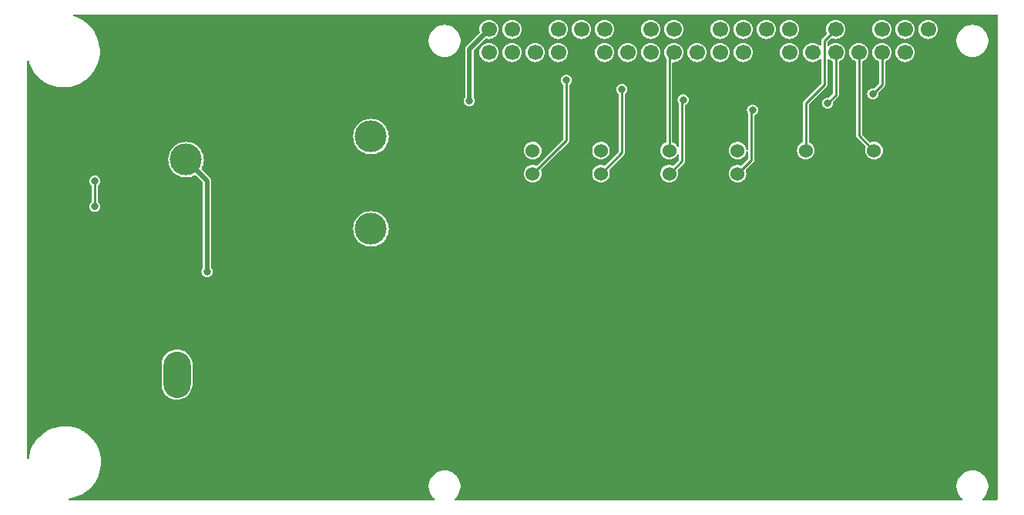
<source format=gbl>
G04 #@! TF.GenerationSoftware,KiCad,Pcbnew,7.0.7*
G04 #@! TF.CreationDate,2024-03-26T15:42:09-05:00*
G04 #@! TF.ProjectId,Hardware_2024,48617264-7761-4726-955f-323032342e6b,rev?*
G04 #@! TF.SameCoordinates,Original*
G04 #@! TF.FileFunction,Copper,L2,Bot*
G04 #@! TF.FilePolarity,Positive*
%FSLAX46Y46*%
G04 Gerber Fmt 4.6, Leading zero omitted, Abs format (unit mm)*
G04 Created by KiCad (PCBNEW 7.0.7) date 2024-03-26 15:42:09*
%MOMM*%
%LPD*%
G01*
G04 APERTURE LIST*
G04 #@! TA.AperFunction,ComponentPad*
%ADD10C,1.524000*%
G04 #@! TD*
G04 #@! TA.AperFunction,ComponentPad*
%ADD11C,3.500000*%
G04 #@! TD*
G04 #@! TA.AperFunction,ComponentPad*
%ADD12C,1.700000*%
G04 #@! TD*
G04 #@! TA.AperFunction,ComponentPad*
%ADD13O,3.000000X5.100000*%
G04 #@! TD*
G04 #@! TA.AperFunction,ViaPad*
%ADD14C,0.800000*%
G04 #@! TD*
G04 #@! TA.AperFunction,Conductor*
%ADD15C,0.508000*%
G04 #@! TD*
G04 #@! TA.AperFunction,Conductor*
%ADD16C,0.254000*%
G04 #@! TD*
G04 APERTURE END LIST*
D10*
X166476000Y-74422000D03*
X166476000Y-76962000D03*
X188976000Y-74422000D03*
X188976000Y-76962000D03*
D11*
X128380000Y-75425000D03*
X128380000Y-70345000D03*
X128380000Y-62725000D03*
X148700000Y-62725000D03*
X148700000Y-72885000D03*
X148700000Y-83045000D03*
D10*
X196476000Y-74422000D03*
X196476000Y-76962000D03*
X203976000Y-74422000D03*
X203976000Y-76962000D03*
X181476000Y-74422000D03*
X181476000Y-76962000D03*
D12*
X161671000Y-63627000D03*
X161671000Y-61087000D03*
X164211000Y-63627000D03*
X164211000Y-61087000D03*
X166751000Y-63627000D03*
X166751000Y-61087000D03*
X169291000Y-63627000D03*
X169291000Y-61087000D03*
X171831000Y-63627000D03*
X171831000Y-61087000D03*
X174371000Y-63627000D03*
X174371000Y-61087000D03*
X176911000Y-63627000D03*
X176911000Y-61087000D03*
X179451000Y-63627000D03*
X179451000Y-61087000D03*
X181991000Y-63627000D03*
X181991000Y-61087000D03*
X184531000Y-63627000D03*
X184531000Y-61087000D03*
X187071000Y-63627000D03*
X187071000Y-61087000D03*
X189611000Y-63627000D03*
X189611000Y-61087000D03*
X192151000Y-63627000D03*
X192151000Y-61087000D03*
X194691000Y-63627000D03*
X194691000Y-61087000D03*
X197231000Y-63627000D03*
X197231000Y-61087000D03*
X199771000Y-63627000D03*
X199771000Y-61087000D03*
X202311000Y-63627000D03*
X202311000Y-61087000D03*
X204851000Y-63627000D03*
X204851000Y-61087000D03*
X207391000Y-63627000D03*
X207391000Y-61087000D03*
X209931000Y-63627000D03*
X209931000Y-61087000D03*
D10*
X173976000Y-74422000D03*
X173976000Y-76962000D03*
D13*
X127381000Y-91186000D03*
X127381000Y-99060000D03*
D14*
X130683000Y-87757000D03*
X190627000Y-69977000D03*
X198882000Y-69215000D03*
X203835000Y-68199000D03*
X183007000Y-68834000D03*
X176276000Y-67691000D03*
X170180000Y-66675000D03*
X159512000Y-68961000D03*
X118369500Y-80581000D03*
X118369500Y-77787000D03*
D15*
X130683000Y-87757000D02*
X130683000Y-77728000D01*
X130683000Y-77728000D02*
X128380000Y-75425000D01*
D16*
X203976000Y-74422000D02*
X202311000Y-72757000D01*
X202311000Y-72757000D02*
X202311000Y-63627000D01*
X198501000Y-67183000D02*
X198501000Y-62357000D01*
X196476000Y-69208000D02*
X198501000Y-67183000D01*
X196476000Y-74422000D02*
X196476000Y-69208000D01*
X198501000Y-62357000D02*
X199771000Y-61087000D01*
X190500000Y-70104000D02*
X190500000Y-75438000D01*
X198882000Y-69215000D02*
X199771000Y-68326000D01*
X190627000Y-69977000D02*
X190500000Y-70104000D01*
X190500000Y-75438000D02*
X188976000Y-76962000D01*
X199771000Y-68326000D02*
X199771000Y-63627000D01*
X204851000Y-67183000D02*
X204851000Y-63627000D01*
X183007000Y-68834000D02*
X182880000Y-68961000D01*
X182880000Y-75558000D02*
X181476000Y-76962000D01*
X203835000Y-68199000D02*
X204851000Y-67183000D01*
X182880000Y-68961000D02*
X182880000Y-75558000D01*
X176276000Y-74662000D02*
X173976000Y-76962000D01*
X176276000Y-67691000D02*
X176276000Y-74662000D01*
X170180000Y-66675000D02*
X170180000Y-73258000D01*
X170180000Y-73258000D02*
X166476000Y-76962000D01*
X181476000Y-74422000D02*
X181476000Y-64142000D01*
X181476000Y-64142000D02*
X181991000Y-63627000D01*
X118369500Y-77787000D02*
X118369500Y-80581000D01*
D15*
X159512000Y-68961000D02*
X159512000Y-63246000D01*
X159512000Y-63246000D02*
X161290000Y-61468000D01*
X161290000Y-61468000D02*
X161671000Y-61468000D01*
G04 #@! TA.AperFunction,Conductor*
G36*
X217493539Y-59456185D02*
G01*
X217539294Y-59508989D01*
X217550500Y-59560500D01*
X217550500Y-112778500D01*
X217530815Y-112845539D01*
X217478011Y-112891294D01*
X217426500Y-112902500D01*
X216024959Y-112902500D01*
X215957920Y-112882815D01*
X215912165Y-112830011D01*
X215902221Y-112760853D01*
X215931246Y-112697297D01*
X215947643Y-112681555D01*
X215994981Y-112643805D01*
X216017510Y-112619525D01*
X216081598Y-112550454D01*
X216173433Y-112451479D01*
X216321228Y-112234704D01*
X216435063Y-111998323D01*
X216512396Y-111747615D01*
X216551500Y-111488182D01*
X216551500Y-111225818D01*
X216512396Y-110966385D01*
X216435063Y-110715677D01*
X216423121Y-110690880D01*
X216321232Y-110479303D01*
X216321231Y-110479302D01*
X216321230Y-110479301D01*
X216321228Y-110479296D01*
X216173433Y-110262521D01*
X216139345Y-110225783D01*
X215994985Y-110070198D01*
X215880809Y-109979146D01*
X215789857Y-109906614D01*
X215562643Y-109775432D01*
X215318416Y-109679580D01*
X215318411Y-109679578D01*
X215318402Y-109679576D01*
X215100818Y-109629914D01*
X215062630Y-109621198D01*
X215062629Y-109621197D01*
X215062625Y-109621197D01*
X215062620Y-109621196D01*
X214866500Y-109606500D01*
X214866494Y-109606500D01*
X214735506Y-109606500D01*
X214735500Y-109606500D01*
X214539379Y-109621196D01*
X214539374Y-109621197D01*
X214283597Y-109679576D01*
X214283578Y-109679582D01*
X214039356Y-109775432D01*
X213812143Y-109906614D01*
X213607014Y-110070198D01*
X213428567Y-110262520D01*
X213280768Y-110479302D01*
X213280767Y-110479303D01*
X213166938Y-110715673D01*
X213089606Y-110966376D01*
X213089605Y-110966381D01*
X213089604Y-110966385D01*
X213079336Y-111034509D01*
X213050500Y-111225812D01*
X213050500Y-111488187D01*
X213057575Y-111535122D01*
X213089604Y-111747615D01*
X213089605Y-111747617D01*
X213089606Y-111747623D01*
X213166938Y-111998326D01*
X213280767Y-112234696D01*
X213280768Y-112234697D01*
X213280770Y-112234700D01*
X213280772Y-112234704D01*
X213322997Y-112296636D01*
X213428567Y-112451479D01*
X213607014Y-112643801D01*
X213607018Y-112643804D01*
X213607019Y-112643805D01*
X213654354Y-112681553D01*
X213694494Y-112738742D01*
X213697344Y-112808553D01*
X213661998Y-112868823D01*
X213599679Y-112900416D01*
X213577041Y-112902500D01*
X158024959Y-112902500D01*
X157957920Y-112882815D01*
X157912165Y-112830011D01*
X157902221Y-112760853D01*
X157931246Y-112697297D01*
X157947643Y-112681555D01*
X157994981Y-112643805D01*
X158017510Y-112619525D01*
X158081598Y-112550454D01*
X158173433Y-112451479D01*
X158321228Y-112234704D01*
X158435063Y-111998323D01*
X158512396Y-111747615D01*
X158551500Y-111488182D01*
X158551500Y-111225818D01*
X158512396Y-110966385D01*
X158435063Y-110715677D01*
X158423121Y-110690880D01*
X158321232Y-110479303D01*
X158321231Y-110479302D01*
X158321230Y-110479301D01*
X158321228Y-110479296D01*
X158173433Y-110262521D01*
X158139345Y-110225783D01*
X157994985Y-110070198D01*
X157880809Y-109979146D01*
X157789857Y-109906614D01*
X157562643Y-109775432D01*
X157318416Y-109679580D01*
X157318411Y-109679578D01*
X157318402Y-109679576D01*
X157100818Y-109629914D01*
X157062630Y-109621198D01*
X157062629Y-109621197D01*
X157062625Y-109621197D01*
X157062620Y-109621196D01*
X156866500Y-109606500D01*
X156866494Y-109606500D01*
X156735506Y-109606500D01*
X156735500Y-109606500D01*
X156539379Y-109621196D01*
X156539374Y-109621197D01*
X156283597Y-109679576D01*
X156283578Y-109679582D01*
X156039356Y-109775432D01*
X155812143Y-109906614D01*
X155607014Y-110070198D01*
X155428567Y-110262520D01*
X155280768Y-110479302D01*
X155280767Y-110479303D01*
X155166938Y-110715673D01*
X155089606Y-110966376D01*
X155089605Y-110966381D01*
X155089604Y-110966385D01*
X155079336Y-111034509D01*
X155050500Y-111225812D01*
X155050500Y-111488187D01*
X155057575Y-111535122D01*
X155089604Y-111747615D01*
X155089605Y-111747617D01*
X155089606Y-111747623D01*
X155166938Y-111998326D01*
X155280767Y-112234696D01*
X155280768Y-112234697D01*
X155280770Y-112234700D01*
X155280772Y-112234704D01*
X155322997Y-112296636D01*
X155428567Y-112451479D01*
X155607014Y-112643801D01*
X155607018Y-112643804D01*
X155607019Y-112643805D01*
X155654354Y-112681553D01*
X155694494Y-112738742D01*
X155697344Y-112808553D01*
X155661998Y-112868823D01*
X155599679Y-112900416D01*
X155577041Y-112902500D01*
X115576078Y-112902500D01*
X115509039Y-112882815D01*
X115463284Y-112830011D01*
X115453340Y-112760853D01*
X115482365Y-112697297D01*
X115541143Y-112659523D01*
X115557597Y-112655885D01*
X115561760Y-112655257D01*
X115850353Y-112611759D01*
X116234726Y-112513886D01*
X116607445Y-112378228D01*
X116964803Y-112206133D01*
X117303251Y-111999312D01*
X117619424Y-111759820D01*
X117910181Y-111490037D01*
X118172631Y-111192645D01*
X118404166Y-110870600D01*
X118602485Y-110527101D01*
X118765617Y-110165563D01*
X118891941Y-109789578D01*
X118980201Y-109402885D01*
X119029521Y-109009325D01*
X119034462Y-108811190D01*
X119039409Y-108612826D01*
X119039409Y-108612810D01*
X119017886Y-108325600D01*
X119009769Y-108217280D01*
X118940893Y-107826668D01*
X118833467Y-107444854D01*
X118688559Y-107075634D01*
X118507609Y-106722677D01*
X118292414Y-106389491D01*
X118045114Y-106079386D01*
X118045111Y-106079383D01*
X118045104Y-106079374D01*
X117768176Y-105795455D01*
X117768173Y-105795452D01*
X117768172Y-105795451D01*
X117768167Y-105795446D01*
X117464324Y-105540492D01*
X117391613Y-105490918D01*
X117136605Y-105317057D01*
X117020494Y-105253826D01*
X116788270Y-105127364D01*
X116788262Y-105127360D01*
X116788259Y-105127359D01*
X116422777Y-104973296D01*
X116422761Y-104973290D01*
X116043764Y-104856385D01*
X116043751Y-104856382D01*
X115655000Y-104777794D01*
X115654979Y-104777791D01*
X115260320Y-104738300D01*
X115260319Y-104738300D01*
X114962899Y-104738300D01*
X114962897Y-104738300D01*
X114665855Y-104753124D01*
X114273647Y-104812241D01*
X113889272Y-104910114D01*
X113516549Y-105045774D01*
X113159191Y-105217869D01*
X112820753Y-105424684D01*
X112820742Y-105424692D01*
X112504575Y-105664180D01*
X112504572Y-105664182D01*
X112213813Y-105933968D01*
X111951365Y-106231359D01*
X111719839Y-106553393D01*
X111719826Y-106553413D01*
X111521516Y-106896896D01*
X111358382Y-107258437D01*
X111232059Y-107634419D01*
X111143799Y-108021111D01*
X111131455Y-108119616D01*
X111118537Y-108222696D01*
X111090670Y-108286766D01*
X111032586Y-108325600D01*
X110962728Y-108326867D01*
X110903275Y-108290164D01*
X110873102Y-108227145D01*
X110871500Y-108207276D01*
X110871500Y-100175177D01*
X125680500Y-100175177D01*
X125695484Y-100370342D01*
X125695484Y-100370347D01*
X125754978Y-100624583D01*
X125754981Y-100624593D01*
X125852581Y-100866758D01*
X125852586Y-100866767D01*
X125920819Y-100981539D01*
X125986018Y-101091208D01*
X126071701Y-101195104D01*
X126152150Y-101292654D01*
X126347071Y-101466368D01*
X126347088Y-101466381D01*
X126566242Y-101608304D01*
X126566245Y-101608304D01*
X126566247Y-101608306D01*
X126804511Y-101715118D01*
X127056287Y-101784307D01*
X127315675Y-101814252D01*
X127576593Y-101804251D01*
X127832927Y-101754538D01*
X127832930Y-101754537D01*
X128078663Y-101666281D01*
X128078664Y-101666280D01*
X128078668Y-101666279D01*
X128308057Y-101541541D01*
X128515716Y-101383250D01*
X128696778Y-101195114D01*
X128846999Y-100981544D01*
X128962859Y-100747547D01*
X129041641Y-100498605D01*
X129081500Y-100240555D01*
X129081500Y-97944823D01*
X129066516Y-97749656D01*
X129007021Y-97495414D01*
X129007018Y-97495406D01*
X128909418Y-97253241D01*
X128909413Y-97253232D01*
X128841169Y-97138441D01*
X128775982Y-97028792D01*
X128609852Y-96827348D01*
X128609849Y-96827345D01*
X128414928Y-96653631D01*
X128414911Y-96653618D01*
X128195757Y-96511695D01*
X128195753Y-96511694D01*
X127957488Y-96404881D01*
X127705714Y-96335693D01*
X127532946Y-96315748D01*
X127446325Y-96305748D01*
X127446324Y-96305748D01*
X127185406Y-96315748D01*
X126929071Y-96365462D01*
X126929069Y-96365462D01*
X126683336Y-96453718D01*
X126453939Y-96578461D01*
X126246288Y-96736746D01*
X126246284Y-96736749D01*
X126246284Y-96736750D01*
X126159093Y-96827348D01*
X126065223Y-96924885D01*
X126065214Y-96924895D01*
X125915010Y-97138441D01*
X125914999Y-97138460D01*
X125799139Y-97372455D01*
X125720360Y-97621391D01*
X125720359Y-97621395D01*
X125680500Y-97879445D01*
X125680500Y-97879448D01*
X125680500Y-97879449D01*
X125680500Y-100175177D01*
X110871500Y-100175177D01*
X110871500Y-80581001D01*
X117763818Y-80581001D01*
X117784455Y-80737760D01*
X117784456Y-80737762D01*
X117844964Y-80883841D01*
X117941218Y-81009282D01*
X118066659Y-81105536D01*
X118212738Y-81166044D01*
X118233118Y-81168727D01*
X118369499Y-81186682D01*
X118369500Y-81186682D01*
X118369501Y-81186682D01*
X118421754Y-81179802D01*
X118526262Y-81166044D01*
X118672341Y-81105536D01*
X118797782Y-81009282D01*
X118894036Y-80883841D01*
X118954544Y-80737762D01*
X118975182Y-80581000D01*
X118954544Y-80424238D01*
X118894036Y-80278159D01*
X118797782Y-80152718D01*
X118797780Y-80152716D01*
X118797779Y-80152715D01*
X118745512Y-80112609D01*
X118704309Y-80056181D01*
X118696999Y-80014234D01*
X118696999Y-78353765D01*
X118716684Y-78286726D01*
X118745514Y-78255388D01*
X118751531Y-78250770D01*
X118797782Y-78215282D01*
X118894036Y-78089841D01*
X118954544Y-77943762D01*
X118975182Y-77787000D01*
X118954544Y-77630238D01*
X118894036Y-77484159D01*
X118797782Y-77358718D01*
X118672341Y-77262464D01*
X118526262Y-77201956D01*
X118526260Y-77201955D01*
X118369501Y-77181318D01*
X118369499Y-77181318D01*
X118212739Y-77201955D01*
X118212737Y-77201956D01*
X118066660Y-77262463D01*
X117941218Y-77358718D01*
X117844963Y-77484160D01*
X117784456Y-77630237D01*
X117784455Y-77630239D01*
X117763818Y-77786998D01*
X117763818Y-77787001D01*
X117784455Y-77943760D01*
X117784456Y-77943762D01*
X117844964Y-78089841D01*
X117941218Y-78215282D01*
X117941219Y-78215283D01*
X117993486Y-78255388D01*
X118034689Y-78311816D01*
X118042000Y-78353764D01*
X118042000Y-80014234D01*
X118022315Y-80081273D01*
X117993488Y-80112608D01*
X117941221Y-80152715D01*
X117941219Y-80152716D01*
X117941218Y-80152718D01*
X117869027Y-80246798D01*
X117844963Y-80278160D01*
X117784456Y-80424237D01*
X117784455Y-80424239D01*
X117763818Y-80580998D01*
X117763818Y-80581001D01*
X110871500Y-80581001D01*
X110871500Y-75425001D01*
X126424518Y-75425001D01*
X126444422Y-75703299D01*
X126503727Y-75975916D01*
X126503729Y-75975923D01*
X126538246Y-76068466D01*
X126601231Y-76237338D01*
X126601233Y-76237342D01*
X126734940Y-76482207D01*
X126734945Y-76482215D01*
X126902138Y-76705560D01*
X126902154Y-76705578D01*
X127099421Y-76902845D01*
X127099439Y-76902861D01*
X127322784Y-77070054D01*
X127322792Y-77070059D01*
X127567657Y-77203766D01*
X127567661Y-77203768D01*
X127567663Y-77203769D01*
X127829077Y-77301271D01*
X127965391Y-77330924D01*
X128101700Y-77360577D01*
X128101702Y-77360577D01*
X128101706Y-77360578D01*
X128349014Y-77378265D01*
X128379999Y-77380482D01*
X128380000Y-77380482D01*
X128380001Y-77380482D01*
X128407881Y-77378487D01*
X128658294Y-77360578D01*
X128666845Y-77358718D01*
X128697458Y-77352058D01*
X128930923Y-77301271D01*
X129192337Y-77203769D01*
X129320223Y-77133937D01*
X129388493Y-77119086D01*
X129453958Y-77143502D01*
X129467328Y-77155088D01*
X130192181Y-77879942D01*
X130225665Y-77941263D01*
X130228499Y-77967621D01*
X130228499Y-87320793D01*
X130208814Y-87387832D01*
X130202876Y-87396278D01*
X130158464Y-87454158D01*
X130097956Y-87600237D01*
X130097955Y-87600239D01*
X130077318Y-87756998D01*
X130077318Y-87757001D01*
X130097955Y-87913760D01*
X130097956Y-87913762D01*
X130158464Y-88059841D01*
X130254718Y-88185282D01*
X130380159Y-88281536D01*
X130526238Y-88342044D01*
X130604619Y-88352363D01*
X130682999Y-88362682D01*
X130683000Y-88362682D01*
X130683001Y-88362682D01*
X130735254Y-88355802D01*
X130839762Y-88342044D01*
X130985841Y-88281536D01*
X131111282Y-88185282D01*
X131207536Y-88059841D01*
X131268044Y-87913762D01*
X131288682Y-87757000D01*
X131268044Y-87600238D01*
X131207536Y-87454159D01*
X131207535Y-87454158D01*
X131207535Y-87454157D01*
X131163124Y-87396279D01*
X131137930Y-87331109D01*
X131137500Y-87320793D01*
X131137500Y-83045001D01*
X146744518Y-83045001D01*
X146764422Y-83323299D01*
X146823727Y-83595916D01*
X146823729Y-83595923D01*
X146884266Y-83758230D01*
X146921231Y-83857338D01*
X146921233Y-83857342D01*
X147054940Y-84102207D01*
X147054945Y-84102215D01*
X147222138Y-84325560D01*
X147222154Y-84325578D01*
X147419421Y-84522845D01*
X147419439Y-84522861D01*
X147642784Y-84690054D01*
X147642792Y-84690059D01*
X147887657Y-84823766D01*
X147887661Y-84823768D01*
X147887663Y-84823769D01*
X148149077Y-84921271D01*
X148285391Y-84950924D01*
X148421700Y-84980577D01*
X148421702Y-84980577D01*
X148421706Y-84980578D01*
X148669014Y-84998265D01*
X148699999Y-85000482D01*
X148700000Y-85000482D01*
X148700001Y-85000482D01*
X148727881Y-84998487D01*
X148978294Y-84980578D01*
X149250923Y-84921271D01*
X149512337Y-84823769D01*
X149757213Y-84690056D01*
X149980568Y-84522855D01*
X150177855Y-84325568D01*
X150345056Y-84102213D01*
X150478769Y-83857337D01*
X150576271Y-83595923D01*
X150635578Y-83323294D01*
X150655482Y-83045000D01*
X150635578Y-82766706D01*
X150576271Y-82494077D01*
X150478769Y-82232663D01*
X150345056Y-81987787D01*
X150345054Y-81987784D01*
X150177861Y-81764439D01*
X150177845Y-81764421D01*
X149980578Y-81567154D01*
X149980560Y-81567138D01*
X149757215Y-81399945D01*
X149757207Y-81399940D01*
X149512342Y-81266233D01*
X149512338Y-81266231D01*
X149413230Y-81229266D01*
X149250923Y-81168729D01*
X149250919Y-81168728D01*
X149250916Y-81168727D01*
X148978299Y-81109422D01*
X148700001Y-81089518D01*
X148699999Y-81089518D01*
X148421700Y-81109422D01*
X148149083Y-81168727D01*
X148149078Y-81168728D01*
X148149077Y-81168729D01*
X148100943Y-81186682D01*
X147887661Y-81266231D01*
X147887657Y-81266233D01*
X147642792Y-81399940D01*
X147642784Y-81399945D01*
X147419439Y-81567138D01*
X147419421Y-81567154D01*
X147222154Y-81764421D01*
X147222138Y-81764439D01*
X147054945Y-81987784D01*
X147054940Y-81987792D01*
X146921233Y-82232657D01*
X146921231Y-82232661D01*
X146823727Y-82494083D01*
X146764422Y-82766700D01*
X146744518Y-83044998D01*
X146744518Y-83045001D01*
X131137500Y-83045001D01*
X131137500Y-77757012D01*
X131137889Y-77750076D01*
X131142313Y-77710814D01*
X131131156Y-77651851D01*
X131122214Y-77592521D01*
X131122214Y-77592520D01*
X131119685Y-77584321D01*
X131116841Y-77576197D01*
X131116841Y-77576193D01*
X131088802Y-77523141D01*
X131062767Y-77469079D01*
X131057928Y-77461982D01*
X131052820Y-77455060D01*
X131010390Y-77412629D01*
X130969575Y-77368642D01*
X130962311Y-77362849D01*
X130962825Y-77362204D01*
X130950525Y-77352765D01*
X130559760Y-76962000D01*
X165508843Y-76962000D01*
X165527426Y-77150681D01*
X165536720Y-77181318D01*
X165582463Y-77332115D01*
X165582464Y-77332118D01*
X165582465Y-77332119D01*
X165582466Y-77332122D01*
X165671834Y-77499318D01*
X165671838Y-77499325D01*
X165792116Y-77645883D01*
X165938674Y-77766161D01*
X165938681Y-77766165D01*
X166105877Y-77855533D01*
X166105878Y-77855533D01*
X166105885Y-77855537D01*
X166287317Y-77910573D01*
X166287316Y-77910573D01*
X166304233Y-77912239D01*
X166476000Y-77929157D01*
X166664683Y-77910573D01*
X166846115Y-77855537D01*
X167013324Y-77766162D01*
X167159883Y-77645883D01*
X167280162Y-77499324D01*
X167369537Y-77332115D01*
X167424573Y-77150683D01*
X167443157Y-76962000D01*
X173008843Y-76962000D01*
X173027426Y-77150681D01*
X173036720Y-77181318D01*
X173082463Y-77332115D01*
X173082464Y-77332118D01*
X173082465Y-77332119D01*
X173082466Y-77332122D01*
X173171834Y-77499318D01*
X173171838Y-77499325D01*
X173292116Y-77645883D01*
X173438674Y-77766161D01*
X173438681Y-77766165D01*
X173605877Y-77855533D01*
X173605878Y-77855533D01*
X173605885Y-77855537D01*
X173787317Y-77910573D01*
X173787316Y-77910573D01*
X173804233Y-77912239D01*
X173976000Y-77929157D01*
X174164683Y-77910573D01*
X174346115Y-77855537D01*
X174513324Y-77766162D01*
X174659883Y-77645883D01*
X174780162Y-77499324D01*
X174869537Y-77332115D01*
X174924573Y-77150683D01*
X174943157Y-76962000D01*
X180508843Y-76962000D01*
X180527426Y-77150681D01*
X180536720Y-77181318D01*
X180582463Y-77332115D01*
X180582464Y-77332118D01*
X180582465Y-77332119D01*
X180582466Y-77332122D01*
X180671834Y-77499318D01*
X180671838Y-77499325D01*
X180792116Y-77645883D01*
X180938674Y-77766161D01*
X180938681Y-77766165D01*
X181105877Y-77855533D01*
X181105878Y-77855533D01*
X181105885Y-77855537D01*
X181287317Y-77910573D01*
X181287316Y-77910573D01*
X181304233Y-77912239D01*
X181476000Y-77929157D01*
X181664683Y-77910573D01*
X181846115Y-77855537D01*
X182013324Y-77766162D01*
X182159883Y-77645883D01*
X182280162Y-77499324D01*
X182369537Y-77332115D01*
X182424573Y-77150683D01*
X182443157Y-76962000D01*
X188008843Y-76962000D01*
X188027426Y-77150681D01*
X188036720Y-77181318D01*
X188082463Y-77332115D01*
X188082464Y-77332118D01*
X188082465Y-77332119D01*
X188082466Y-77332122D01*
X188171834Y-77499318D01*
X188171838Y-77499325D01*
X188292116Y-77645883D01*
X188438674Y-77766161D01*
X188438681Y-77766165D01*
X188605877Y-77855533D01*
X188605878Y-77855533D01*
X188605885Y-77855537D01*
X188787317Y-77910573D01*
X188787316Y-77910573D01*
X188804233Y-77912239D01*
X188976000Y-77929157D01*
X189164683Y-77910573D01*
X189346115Y-77855537D01*
X189513324Y-77766162D01*
X189659883Y-77645883D01*
X189780162Y-77499324D01*
X189869537Y-77332115D01*
X189924573Y-77150683D01*
X189943157Y-76962000D01*
X189924573Y-76773317D01*
X189877083Y-76616764D01*
X189876460Y-76546900D01*
X189908061Y-76493092D01*
X190719561Y-75681592D01*
X190723523Y-75677961D01*
X190754750Y-75651760D01*
X190775125Y-75616466D01*
X190778026Y-75611913D01*
X190801394Y-75578543D01*
X190801395Y-75578537D01*
X190803549Y-75573919D01*
X190810755Y-75556524D01*
X190812495Y-75551742D01*
X190812494Y-75551742D01*
X190812497Y-75551739D01*
X190819577Y-75511578D01*
X190820733Y-75506365D01*
X190831286Y-75466985D01*
X190827735Y-75426406D01*
X190827500Y-75421003D01*
X190827500Y-74421999D01*
X195508843Y-74421999D01*
X195527426Y-74610681D01*
X195529500Y-74617518D01*
X195582463Y-74792115D01*
X195582464Y-74792118D01*
X195582465Y-74792119D01*
X195582466Y-74792122D01*
X195671834Y-74959318D01*
X195671838Y-74959325D01*
X195792116Y-75105883D01*
X195938674Y-75226161D01*
X195938681Y-75226165D01*
X196105877Y-75315533D01*
X196105878Y-75315533D01*
X196105885Y-75315537D01*
X196287317Y-75370573D01*
X196287316Y-75370573D01*
X196304233Y-75372239D01*
X196476000Y-75389157D01*
X196664683Y-75370573D01*
X196846115Y-75315537D01*
X197013324Y-75226162D01*
X197159883Y-75105883D01*
X197280162Y-74959324D01*
X197369537Y-74792115D01*
X197424573Y-74610683D01*
X197443157Y-74422000D01*
X197424573Y-74233317D01*
X197369537Y-74051885D01*
X197313557Y-73947154D01*
X197280165Y-73884681D01*
X197280161Y-73884674D01*
X197159883Y-73738116D01*
X197013325Y-73617838D01*
X197013318Y-73617833D01*
X196869047Y-73540719D01*
X196819202Y-73491757D01*
X196803500Y-73431361D01*
X196803500Y-69395016D01*
X196823185Y-69327977D01*
X196839819Y-69307335D01*
X197752817Y-68394337D01*
X198720561Y-67426592D01*
X198724523Y-67422961D01*
X198755750Y-67396760D01*
X198774975Y-67363458D01*
X198776126Y-67361466D01*
X198779026Y-67356913D01*
X198802394Y-67323543D01*
X198802395Y-67323537D01*
X198804549Y-67318919D01*
X198811755Y-67301524D01*
X198813495Y-67296742D01*
X198813494Y-67296742D01*
X198813497Y-67296739D01*
X198820577Y-67256578D01*
X198821733Y-67251365D01*
X198832286Y-67211985D01*
X198828733Y-67171381D01*
X198828499Y-67166025D01*
X198828499Y-64474657D01*
X198848184Y-64407619D01*
X198900988Y-64361864D01*
X198970146Y-64351920D01*
X199031163Y-64378804D01*
X199184550Y-64504685D01*
X199351967Y-64594172D01*
X199372419Y-64605104D01*
X199371859Y-64606150D01*
X199421349Y-64646023D01*
X199443421Y-64712315D01*
X199443500Y-64716754D01*
X199443500Y-68138982D01*
X199423815Y-68206021D01*
X199407181Y-68226663D01*
X199051185Y-68582659D01*
X198989862Y-68616144D01*
X198947319Y-68617917D01*
X198882001Y-68609318D01*
X198881999Y-68609318D01*
X198725239Y-68629955D01*
X198725237Y-68629956D01*
X198579160Y-68690463D01*
X198453718Y-68786718D01*
X198357463Y-68912160D01*
X198296956Y-69058237D01*
X198296955Y-69058239D01*
X198276318Y-69214998D01*
X198276318Y-69215001D01*
X198296955Y-69371760D01*
X198296956Y-69371762D01*
X198330383Y-69452463D01*
X198357464Y-69517841D01*
X198453718Y-69643282D01*
X198579159Y-69739536D01*
X198725238Y-69800044D01*
X198803619Y-69810363D01*
X198881999Y-69820682D01*
X198882000Y-69820682D01*
X198882001Y-69820682D01*
X198934254Y-69813802D01*
X199038762Y-69800044D01*
X199184841Y-69739536D01*
X199310282Y-69643282D01*
X199406536Y-69517841D01*
X199467044Y-69371762D01*
X199486365Y-69225005D01*
X199487682Y-69215001D01*
X199487682Y-69214999D01*
X199479082Y-69149679D01*
X199489847Y-69080644D01*
X199514337Y-69045815D01*
X199990561Y-68569592D01*
X199994523Y-68565961D01*
X200025750Y-68539760D01*
X200046133Y-68504454D01*
X200049018Y-68499926D01*
X200072394Y-68466543D01*
X200072394Y-68466540D01*
X200074548Y-68461920D01*
X200081752Y-68444531D01*
X200083493Y-68439744D01*
X200083497Y-68439739D01*
X200090576Y-68399586D01*
X200091732Y-68394368D01*
X200102287Y-68354984D01*
X200098735Y-68314397D01*
X200098500Y-68308994D01*
X200098500Y-64716754D01*
X200118185Y-64649715D01*
X200169608Y-64605155D01*
X200169581Y-64605104D01*
X200169810Y-64604981D01*
X200170989Y-64603960D01*
X200174936Y-64602241D01*
X200174951Y-64602232D01*
X200174954Y-64602232D01*
X200357450Y-64504685D01*
X200517410Y-64373410D01*
X200648685Y-64213450D01*
X200746232Y-64030954D01*
X200806300Y-63832934D01*
X200826583Y-63627000D01*
X200826583Y-63626999D01*
X201255417Y-63626999D01*
X201275699Y-63832932D01*
X201275700Y-63832934D01*
X201335768Y-64030954D01*
X201433315Y-64213450D01*
X201467969Y-64255677D01*
X201564589Y-64373410D01*
X201661209Y-64452702D01*
X201724550Y-64504685D01*
X201891967Y-64594172D01*
X201912419Y-64605104D01*
X201911859Y-64606150D01*
X201961349Y-64646023D01*
X201983421Y-64712315D01*
X201983500Y-64716754D01*
X201983500Y-72739994D01*
X201983264Y-72745401D01*
X201979712Y-72785983D01*
X201990257Y-72825335D01*
X201991428Y-72830618D01*
X201998503Y-72870740D01*
X202000232Y-72875491D01*
X202007468Y-72892959D01*
X202009606Y-72897544D01*
X202032972Y-72930914D01*
X202035879Y-72935478D01*
X202056247Y-72970757D01*
X202056251Y-72970761D01*
X202087463Y-72996951D01*
X202091442Y-73000596D01*
X202828961Y-73738116D01*
X203043935Y-73953090D01*
X203077420Y-74014413D01*
X203074915Y-74076765D01*
X203027426Y-74233317D01*
X203008843Y-74421999D01*
X203027426Y-74610681D01*
X203029500Y-74617518D01*
X203082463Y-74792115D01*
X203082464Y-74792118D01*
X203082465Y-74792119D01*
X203082466Y-74792122D01*
X203171834Y-74959318D01*
X203171838Y-74959325D01*
X203292116Y-75105883D01*
X203438674Y-75226161D01*
X203438681Y-75226165D01*
X203605877Y-75315533D01*
X203605878Y-75315533D01*
X203605885Y-75315537D01*
X203787317Y-75370573D01*
X203787316Y-75370573D01*
X203804233Y-75372239D01*
X203976000Y-75389157D01*
X204164683Y-75370573D01*
X204346115Y-75315537D01*
X204513324Y-75226162D01*
X204659883Y-75105883D01*
X204780162Y-74959324D01*
X204869537Y-74792115D01*
X204924573Y-74610683D01*
X204943157Y-74422000D01*
X204924573Y-74233317D01*
X204869537Y-74051885D01*
X204813557Y-73947154D01*
X204780165Y-73884681D01*
X204780161Y-73884674D01*
X204659883Y-73738116D01*
X204513325Y-73617838D01*
X204513318Y-73617834D01*
X204346122Y-73528466D01*
X204346119Y-73528465D01*
X204346118Y-73528464D01*
X204346115Y-73528463D01*
X204164683Y-73473427D01*
X204164681Y-73473426D01*
X204164683Y-73473426D01*
X203992916Y-73456509D01*
X203976000Y-73454843D01*
X203975999Y-73454843D01*
X203787317Y-73473426D01*
X203630765Y-73520915D01*
X203560898Y-73521538D01*
X203507090Y-73489935D01*
X202674819Y-72657664D01*
X202641334Y-72596341D01*
X202638500Y-72569983D01*
X202638500Y-68199001D01*
X203229318Y-68199001D01*
X203249955Y-68355760D01*
X203249956Y-68355762D01*
X203310464Y-68501841D01*
X203406718Y-68627282D01*
X203532159Y-68723536D01*
X203678238Y-68784044D01*
X203756618Y-68794363D01*
X203834999Y-68804682D01*
X203835000Y-68804682D01*
X203835001Y-68804682D01*
X203887254Y-68797802D01*
X203991762Y-68784044D01*
X204137841Y-68723536D01*
X204263282Y-68627282D01*
X204359536Y-68501841D01*
X204420044Y-68355762D01*
X204440682Y-68199000D01*
X204439542Y-68190345D01*
X204432082Y-68133679D01*
X204442847Y-68064644D01*
X204467337Y-68029815D01*
X205070561Y-67426592D01*
X205074523Y-67422961D01*
X205105750Y-67396760D01*
X205126133Y-67361454D01*
X205129018Y-67356926D01*
X205152394Y-67323543D01*
X205152394Y-67323540D01*
X205154548Y-67318920D01*
X205161752Y-67301531D01*
X205163495Y-67296742D01*
X205163497Y-67296739D01*
X205170576Y-67256586D01*
X205171732Y-67251368D01*
X205182287Y-67211984D01*
X205178735Y-67171398D01*
X205178500Y-67165995D01*
X205178500Y-64716754D01*
X205198185Y-64649715D01*
X205249608Y-64605155D01*
X205249581Y-64605104D01*
X205249810Y-64604981D01*
X205250989Y-64603960D01*
X205254936Y-64602241D01*
X205254951Y-64602232D01*
X205254954Y-64602232D01*
X205437450Y-64504685D01*
X205597410Y-64373410D01*
X205728685Y-64213450D01*
X205826232Y-64030954D01*
X205886300Y-63832934D01*
X205906583Y-63627000D01*
X205906583Y-63626999D01*
X206335417Y-63626999D01*
X206355699Y-63832932D01*
X206355700Y-63832934D01*
X206415768Y-64030954D01*
X206513315Y-64213450D01*
X206547969Y-64255677D01*
X206644589Y-64373410D01*
X206741209Y-64452702D01*
X206804550Y-64504685D01*
X206987046Y-64602232D01*
X207185066Y-64662300D01*
X207185065Y-64662300D01*
X207203494Y-64664115D01*
X207391000Y-64682583D01*
X207596934Y-64662300D01*
X207794954Y-64602232D01*
X207977450Y-64504685D01*
X208137410Y-64373410D01*
X208268685Y-64213450D01*
X208366232Y-64030954D01*
X208426300Y-63832934D01*
X208446583Y-63627000D01*
X208426300Y-63421066D01*
X208366232Y-63223046D01*
X208268685Y-63040550D01*
X208216702Y-62977209D01*
X208137410Y-62880589D01*
X207977452Y-62749317D01*
X207977453Y-62749317D01*
X207977450Y-62749315D01*
X207794954Y-62651768D01*
X207596934Y-62591700D01*
X207596932Y-62591699D01*
X207596934Y-62591699D01*
X207391000Y-62571417D01*
X207185067Y-62591699D01*
X206987043Y-62651769D01*
X206876898Y-62710643D01*
X206804550Y-62749315D01*
X206804548Y-62749316D01*
X206804547Y-62749317D01*
X206644589Y-62880589D01*
X206520966Y-63031227D01*
X206513315Y-63040550D01*
X206479445Y-63103915D01*
X206415769Y-63223043D01*
X206355699Y-63421067D01*
X206335417Y-63626999D01*
X205906583Y-63626999D01*
X205886300Y-63421066D01*
X205826232Y-63223046D01*
X205728685Y-63040550D01*
X205676702Y-62977209D01*
X205597410Y-62880589D01*
X205437452Y-62749317D01*
X205437453Y-62749317D01*
X205437450Y-62749315D01*
X205254954Y-62651768D01*
X205056934Y-62591700D01*
X205056932Y-62591699D01*
X205056934Y-62591699D01*
X204869463Y-62573235D01*
X204851000Y-62571417D01*
X204850999Y-62571417D01*
X204645067Y-62591699D01*
X204447043Y-62651769D01*
X204336898Y-62710643D01*
X204264550Y-62749315D01*
X204264548Y-62749316D01*
X204264547Y-62749317D01*
X204104589Y-62880589D01*
X203980966Y-63031227D01*
X203973315Y-63040550D01*
X203939445Y-63103915D01*
X203875769Y-63223043D01*
X203815699Y-63421067D01*
X203795417Y-63626999D01*
X203815699Y-63832932D01*
X203815700Y-63832934D01*
X203875768Y-64030954D01*
X203973315Y-64213450D01*
X204007969Y-64255677D01*
X204104589Y-64373410D01*
X204201209Y-64452702D01*
X204264550Y-64504685D01*
X204431967Y-64594172D01*
X204452419Y-64605104D01*
X204451859Y-64606149D01*
X204501352Y-64646030D01*
X204523420Y-64712323D01*
X204523499Y-64716754D01*
X204523500Y-66995983D01*
X204503815Y-67063022D01*
X204487181Y-67083664D01*
X204004185Y-67566659D01*
X203942862Y-67600144D01*
X203900319Y-67601917D01*
X203835001Y-67593318D01*
X203834999Y-67593318D01*
X203678239Y-67613955D01*
X203678237Y-67613956D01*
X203532160Y-67674463D01*
X203406718Y-67770718D01*
X203310463Y-67896160D01*
X203249956Y-68042237D01*
X203249955Y-68042239D01*
X203229318Y-68198998D01*
X203229318Y-68199001D01*
X202638500Y-68199001D01*
X202638500Y-64716754D01*
X202658185Y-64649715D01*
X202709608Y-64605155D01*
X202709581Y-64605104D01*
X202709810Y-64604981D01*
X202710989Y-64603960D01*
X202714936Y-64602241D01*
X202714951Y-64602232D01*
X202714954Y-64602232D01*
X202897450Y-64504685D01*
X203057410Y-64373410D01*
X203188685Y-64213450D01*
X203286232Y-64030954D01*
X203346300Y-63832934D01*
X203366583Y-63627000D01*
X203346300Y-63421066D01*
X203286232Y-63223046D01*
X203188685Y-63040550D01*
X203136702Y-62977209D01*
X203057410Y-62880589D01*
X202897452Y-62749317D01*
X202897453Y-62749317D01*
X202897450Y-62749315D01*
X202714954Y-62651768D01*
X202516934Y-62591700D01*
X202516932Y-62591699D01*
X202516934Y-62591699D01*
X202311000Y-62571417D01*
X202105067Y-62591699D01*
X201907043Y-62651769D01*
X201796898Y-62710643D01*
X201724550Y-62749315D01*
X201724548Y-62749316D01*
X201724547Y-62749317D01*
X201564589Y-62880589D01*
X201440966Y-63031227D01*
X201433315Y-63040550D01*
X201399445Y-63103915D01*
X201335769Y-63223043D01*
X201275699Y-63421067D01*
X201255417Y-63626999D01*
X200826583Y-63626999D01*
X200806300Y-63421066D01*
X200746232Y-63223046D01*
X200648685Y-63040550D01*
X200596702Y-62977209D01*
X200517410Y-62880589D01*
X200357452Y-62749317D01*
X200357453Y-62749317D01*
X200357450Y-62749315D01*
X200174954Y-62651768D01*
X199976934Y-62591700D01*
X199976932Y-62591699D01*
X199976934Y-62591699D01*
X199789463Y-62573235D01*
X199771000Y-62571417D01*
X199770999Y-62571417D01*
X199565067Y-62591699D01*
X199367043Y-62651769D01*
X199184546Y-62749317D01*
X199031163Y-62875194D01*
X198966853Y-62902506D01*
X198897985Y-62890714D01*
X198846426Y-62843562D01*
X198828499Y-62779342D01*
X198828499Y-62544011D01*
X198844892Y-62488187D01*
X213050500Y-62488187D01*
X213063046Y-62571417D01*
X213089604Y-62747615D01*
X213089605Y-62747617D01*
X213089606Y-62747623D01*
X213166938Y-62998326D01*
X213280767Y-63234696D01*
X213280768Y-63234697D01*
X213280770Y-63234700D01*
X213280772Y-63234704D01*
X213416827Y-63434260D01*
X213428567Y-63451479D01*
X213607014Y-63643801D01*
X213607018Y-63643804D01*
X213607019Y-63643805D01*
X213812143Y-63807386D01*
X214039357Y-63938568D01*
X214283584Y-64034420D01*
X214539370Y-64092802D01*
X214539376Y-64092802D01*
X214539379Y-64092803D01*
X214735500Y-64107500D01*
X214735506Y-64107500D01*
X214866500Y-64107500D01*
X215062620Y-64092803D01*
X215062622Y-64092802D01*
X215062630Y-64092802D01*
X215318416Y-64034420D01*
X215562643Y-63938568D01*
X215789857Y-63807386D01*
X215994981Y-63643805D01*
X216173433Y-63451479D01*
X216321228Y-63234704D01*
X216435063Y-62998323D01*
X216512396Y-62747615D01*
X216551500Y-62488182D01*
X216551500Y-62225818D01*
X216512396Y-61966385D01*
X216435063Y-61715677D01*
X216414728Y-61673450D01*
X216321232Y-61479303D01*
X216321231Y-61479302D01*
X216321230Y-61479301D01*
X216321228Y-61479296D01*
X216173433Y-61262521D01*
X216094529Y-61177482D01*
X215994985Y-61070198D01*
X215931230Y-61019355D01*
X215789857Y-60906614D01*
X215562643Y-60775432D01*
X215318416Y-60679580D01*
X215318411Y-60679578D01*
X215318402Y-60679576D01*
X215100818Y-60629914D01*
X215062630Y-60621198D01*
X215062629Y-60621197D01*
X215062625Y-60621197D01*
X215062620Y-60621196D01*
X214866500Y-60606500D01*
X214866494Y-60606500D01*
X214735506Y-60606500D01*
X214735500Y-60606500D01*
X214539379Y-60621196D01*
X214539374Y-60621197D01*
X214283597Y-60679576D01*
X214283578Y-60679582D01*
X214039356Y-60775432D01*
X213812143Y-60906614D01*
X213607014Y-61070198D01*
X213428567Y-61262520D01*
X213280768Y-61479302D01*
X213280767Y-61479303D01*
X213166938Y-61715673D01*
X213089606Y-61966376D01*
X213089605Y-61966381D01*
X213089604Y-61966385D01*
X213080834Y-62024569D01*
X213050500Y-62225812D01*
X213050500Y-62488187D01*
X198844892Y-62488187D01*
X198848184Y-62476976D01*
X198864810Y-62456343D01*
X199232005Y-62089147D01*
X199293326Y-62055664D01*
X199361199Y-62060517D01*
X199361216Y-62060463D01*
X199361458Y-62060536D01*
X199363018Y-62060648D01*
X199367022Y-62062224D01*
X199367042Y-62062230D01*
X199367046Y-62062232D01*
X199565066Y-62122300D01*
X199565065Y-62122300D01*
X199585348Y-62124297D01*
X199771000Y-62142583D01*
X199976934Y-62122300D01*
X200174954Y-62062232D01*
X200357450Y-61964685D01*
X200517410Y-61833410D01*
X200648685Y-61673450D01*
X200746232Y-61490954D01*
X200806300Y-61292934D01*
X200826583Y-61087000D01*
X200826583Y-61086999D01*
X203795417Y-61086999D01*
X203815699Y-61292932D01*
X203815700Y-61292934D01*
X203875768Y-61490954D01*
X203973315Y-61673450D01*
X203973317Y-61673452D01*
X204104589Y-61833410D01*
X204201209Y-61912702D01*
X204264550Y-61964685D01*
X204447046Y-62062232D01*
X204645066Y-62122300D01*
X204645065Y-62122300D01*
X204665348Y-62124297D01*
X204851000Y-62142583D01*
X205056934Y-62122300D01*
X205254954Y-62062232D01*
X205437450Y-61964685D01*
X205597410Y-61833410D01*
X205728685Y-61673450D01*
X205826232Y-61490954D01*
X205886300Y-61292934D01*
X205906583Y-61087000D01*
X205906583Y-61086999D01*
X206335417Y-61086999D01*
X206355699Y-61292932D01*
X206355700Y-61292934D01*
X206415768Y-61490954D01*
X206513315Y-61673450D01*
X206513317Y-61673452D01*
X206644589Y-61833410D01*
X206741209Y-61912702D01*
X206804550Y-61964685D01*
X206987046Y-62062232D01*
X207185066Y-62122300D01*
X207185065Y-62122300D01*
X207203529Y-62124118D01*
X207391000Y-62142583D01*
X207596934Y-62122300D01*
X207794954Y-62062232D01*
X207977450Y-61964685D01*
X208137410Y-61833410D01*
X208268685Y-61673450D01*
X208366232Y-61490954D01*
X208426300Y-61292934D01*
X208446583Y-61087000D01*
X208875417Y-61087000D01*
X208895699Y-61292932D01*
X208895700Y-61292934D01*
X208955768Y-61490954D01*
X209053315Y-61673450D01*
X209053317Y-61673452D01*
X209184589Y-61833410D01*
X209281209Y-61912702D01*
X209344550Y-61964685D01*
X209527046Y-62062232D01*
X209725066Y-62122300D01*
X209725065Y-62122300D01*
X209743529Y-62124118D01*
X209931000Y-62142583D01*
X210136934Y-62122300D01*
X210334954Y-62062232D01*
X210517450Y-61964685D01*
X210677410Y-61833410D01*
X210808685Y-61673450D01*
X210906232Y-61490954D01*
X210966300Y-61292934D01*
X210986583Y-61087000D01*
X210966300Y-60881066D01*
X210906232Y-60683046D01*
X210808685Y-60500550D01*
X210756702Y-60437209D01*
X210677410Y-60340589D01*
X210517452Y-60209317D01*
X210517453Y-60209317D01*
X210517450Y-60209315D01*
X210334954Y-60111768D01*
X210136934Y-60051700D01*
X210136932Y-60051699D01*
X210136934Y-60051699D01*
X209949463Y-60033235D01*
X209931000Y-60031417D01*
X209930999Y-60031417D01*
X209725067Y-60051699D01*
X209527043Y-60111769D01*
X209468211Y-60143216D01*
X209344550Y-60209315D01*
X209344548Y-60209316D01*
X209344547Y-60209317D01*
X209184589Y-60340589D01*
X209053317Y-60500547D01*
X208955769Y-60683043D01*
X208895699Y-60881067D01*
X208875417Y-61087000D01*
X208446583Y-61087000D01*
X208426300Y-60881066D01*
X208366232Y-60683046D01*
X208268685Y-60500550D01*
X208216702Y-60437209D01*
X208137410Y-60340589D01*
X207977452Y-60209317D01*
X207977453Y-60209317D01*
X207977450Y-60209315D01*
X207794954Y-60111768D01*
X207596934Y-60051700D01*
X207596932Y-60051699D01*
X207596934Y-60051699D01*
X207391000Y-60031417D01*
X207185067Y-60051699D01*
X206987043Y-60111769D01*
X206928211Y-60143216D01*
X206804550Y-60209315D01*
X206804548Y-60209316D01*
X206804547Y-60209317D01*
X206644589Y-60340589D01*
X206513317Y-60500547D01*
X206415769Y-60683043D01*
X206355699Y-60881067D01*
X206335417Y-61086999D01*
X205906583Y-61086999D01*
X205886300Y-60881066D01*
X205826232Y-60683046D01*
X205728685Y-60500550D01*
X205676702Y-60437209D01*
X205597410Y-60340589D01*
X205437452Y-60209317D01*
X205437453Y-60209317D01*
X205437450Y-60209315D01*
X205254954Y-60111768D01*
X205056934Y-60051700D01*
X205056932Y-60051699D01*
X205056934Y-60051699D01*
X204851000Y-60031417D01*
X204645067Y-60051699D01*
X204447043Y-60111769D01*
X204388211Y-60143216D01*
X204264550Y-60209315D01*
X204264548Y-60209316D01*
X204264547Y-60209317D01*
X204104589Y-60340589D01*
X203973317Y-60500547D01*
X203875769Y-60683043D01*
X203815699Y-60881067D01*
X203795417Y-61086999D01*
X200826583Y-61086999D01*
X200806300Y-60881066D01*
X200746232Y-60683046D01*
X200648685Y-60500550D01*
X200596702Y-60437209D01*
X200517410Y-60340589D01*
X200357452Y-60209317D01*
X200357453Y-60209317D01*
X200357450Y-60209315D01*
X200174954Y-60111768D01*
X199976934Y-60051700D01*
X199976932Y-60051699D01*
X199976934Y-60051699D01*
X199771000Y-60031417D01*
X199565067Y-60051699D01*
X199367043Y-60111769D01*
X199308211Y-60143216D01*
X199184550Y-60209315D01*
X199184548Y-60209316D01*
X199184547Y-60209317D01*
X199024589Y-60340589D01*
X198893317Y-60500547D01*
X198795769Y-60683043D01*
X198735699Y-60881067D01*
X198715417Y-61086999D01*
X198735699Y-61292932D01*
X198735700Y-61292934D01*
X198795768Y-61490954D01*
X198795769Y-61490956D01*
X198797537Y-61496783D01*
X198796407Y-61497125D01*
X198803194Y-61560351D01*
X198771909Y-61622825D01*
X198768849Y-61625995D01*
X198281451Y-62113393D01*
X198277462Y-62117049D01*
X198246250Y-62143239D01*
X198246248Y-62143241D01*
X198225876Y-62178526D01*
X198222971Y-62183087D01*
X198199604Y-62216459D01*
X198197473Y-62221028D01*
X198190225Y-62238528D01*
X198188502Y-62243264D01*
X198181427Y-62283383D01*
X198180256Y-62288662D01*
X198169713Y-62328015D01*
X198169712Y-62328015D01*
X198173263Y-62368595D01*
X198173499Y-62374001D01*
X198173499Y-62779340D01*
X198153814Y-62846379D01*
X198101010Y-62892134D01*
X198031852Y-62902078D01*
X197970834Y-62875193D01*
X197817453Y-62749317D01*
X197817451Y-62749316D01*
X197817450Y-62749315D01*
X197634954Y-62651768D01*
X197436934Y-62591700D01*
X197436932Y-62591699D01*
X197436934Y-62591699D01*
X197231000Y-62571417D01*
X197025067Y-62591699D01*
X196827043Y-62651769D01*
X196716898Y-62710643D01*
X196644550Y-62749315D01*
X196644548Y-62749316D01*
X196644547Y-62749317D01*
X196484589Y-62880589D01*
X196360966Y-63031227D01*
X196353315Y-63040550D01*
X196319445Y-63103915D01*
X196255769Y-63223043D01*
X196195699Y-63421067D01*
X196175417Y-63626999D01*
X196195699Y-63832932D01*
X196195700Y-63832934D01*
X196255768Y-64030954D01*
X196353315Y-64213450D01*
X196387969Y-64255677D01*
X196484589Y-64373410D01*
X196581209Y-64452702D01*
X196644550Y-64504685D01*
X196827046Y-64602232D01*
X197025066Y-64662300D01*
X197025065Y-64662300D01*
X197043494Y-64664115D01*
X197231000Y-64682583D01*
X197436934Y-64662300D01*
X197634954Y-64602232D01*
X197817450Y-64504685D01*
X197970834Y-64378806D01*
X198035145Y-64351493D01*
X198104013Y-64363284D01*
X198155573Y-64410436D01*
X198173500Y-64474659D01*
X198173500Y-66995982D01*
X198153815Y-67063021D01*
X198137181Y-67083663D01*
X196256451Y-68964393D01*
X196252462Y-68968049D01*
X196221250Y-68994239D01*
X196221248Y-68994241D01*
X196200876Y-69029526D01*
X196197971Y-69034087D01*
X196174604Y-69067459D01*
X196172473Y-69072028D01*
X196165225Y-69089528D01*
X196163502Y-69094264D01*
X196156427Y-69134383D01*
X196155256Y-69139662D01*
X196144712Y-69179016D01*
X196148264Y-69219598D01*
X196148500Y-69225005D01*
X196148500Y-73431361D01*
X196128815Y-73498400D01*
X196082953Y-73540719D01*
X195938681Y-73617833D01*
X195938674Y-73617838D01*
X195792116Y-73738116D01*
X195671838Y-73884674D01*
X195671834Y-73884681D01*
X195582466Y-74051877D01*
X195582465Y-74051880D01*
X195527426Y-74233318D01*
X195508843Y-74421999D01*
X190827500Y-74421999D01*
X190827500Y-70626781D01*
X190847185Y-70559742D01*
X190899989Y-70513987D01*
X190904048Y-70512220D01*
X190915610Y-70507430D01*
X190929841Y-70501536D01*
X191055282Y-70405282D01*
X191151536Y-70279841D01*
X191212044Y-70133762D01*
X191232682Y-69977000D01*
X191212044Y-69820238D01*
X191151536Y-69674159D01*
X191055282Y-69548718D01*
X190929841Y-69452464D01*
X190791149Y-69395016D01*
X190783762Y-69391956D01*
X190783760Y-69391955D01*
X190627001Y-69371318D01*
X190626999Y-69371318D01*
X190470239Y-69391955D01*
X190470237Y-69391956D01*
X190324160Y-69452463D01*
X190198718Y-69548718D01*
X190102463Y-69674160D01*
X190041956Y-69820237D01*
X190041955Y-69820239D01*
X190021318Y-69976998D01*
X190021318Y-69977001D01*
X190041955Y-70133760D01*
X190041957Y-70133765D01*
X190102461Y-70279836D01*
X190102464Y-70279841D01*
X190146876Y-70337720D01*
X190172070Y-70402889D01*
X190172500Y-70413206D01*
X190172500Y-74226481D01*
X190152815Y-74293520D01*
X190100011Y-74339275D01*
X190030853Y-74349219D01*
X189967297Y-74320194D01*
X189929523Y-74261416D01*
X189925097Y-74238636D01*
X189924573Y-74233318D01*
X189922499Y-74226481D01*
X189869537Y-74051885D01*
X189813557Y-73947154D01*
X189780165Y-73884681D01*
X189780161Y-73884674D01*
X189659883Y-73738116D01*
X189513325Y-73617838D01*
X189513318Y-73617834D01*
X189346122Y-73528466D01*
X189346119Y-73528465D01*
X189346118Y-73528464D01*
X189346115Y-73528463D01*
X189164683Y-73473427D01*
X189164681Y-73473426D01*
X189164683Y-73473426D01*
X188992916Y-73456509D01*
X188976000Y-73454843D01*
X188975999Y-73454843D01*
X188787318Y-73473426D01*
X188700738Y-73499690D01*
X188605885Y-73528463D01*
X188605882Y-73528464D01*
X188605880Y-73528465D01*
X188605877Y-73528466D01*
X188438681Y-73617834D01*
X188438674Y-73617838D01*
X188292116Y-73738116D01*
X188171838Y-73884674D01*
X188171834Y-73884681D01*
X188082466Y-74051877D01*
X188082465Y-74051880D01*
X188027426Y-74233318D01*
X188008843Y-74421999D01*
X188027426Y-74610681D01*
X188029500Y-74617518D01*
X188082463Y-74792115D01*
X188082464Y-74792118D01*
X188082465Y-74792119D01*
X188082466Y-74792122D01*
X188171834Y-74959318D01*
X188171838Y-74959325D01*
X188292116Y-75105883D01*
X188438674Y-75226161D01*
X188438681Y-75226165D01*
X188605877Y-75315533D01*
X188605878Y-75315533D01*
X188605885Y-75315537D01*
X188787317Y-75370573D01*
X188787316Y-75370573D01*
X188804233Y-75372239D01*
X188976000Y-75389157D01*
X189164683Y-75370573D01*
X189346115Y-75315537D01*
X189513324Y-75226162D01*
X189659883Y-75105883D01*
X189780162Y-74959324D01*
X189869537Y-74792115D01*
X189924573Y-74610683D01*
X189925096Y-74605364D01*
X189951258Y-74540577D01*
X190008292Y-74500218D01*
X190078092Y-74497101D01*
X190138497Y-74532215D01*
X190170328Y-74594413D01*
X190172500Y-74617518D01*
X190172500Y-75250982D01*
X190152815Y-75318021D01*
X190136181Y-75338663D01*
X189444908Y-76029935D01*
X189383585Y-76063420D01*
X189321232Y-76060915D01*
X189219103Y-76029935D01*
X189164683Y-76013427D01*
X189164681Y-76013426D01*
X189164683Y-76013426D01*
X188976000Y-75994843D01*
X188787318Y-76013426D01*
X188680194Y-76045921D01*
X188605885Y-76068463D01*
X188605882Y-76068464D01*
X188605880Y-76068465D01*
X188605877Y-76068466D01*
X188438681Y-76157834D01*
X188438674Y-76157838D01*
X188292116Y-76278116D01*
X188171838Y-76424674D01*
X188171834Y-76424681D01*
X188082466Y-76591877D01*
X188082465Y-76591880D01*
X188082464Y-76591882D01*
X188082463Y-76591885D01*
X188059921Y-76666194D01*
X188027426Y-76773318D01*
X188008843Y-76962000D01*
X182443157Y-76962000D01*
X182424573Y-76773317D01*
X182377083Y-76616764D01*
X182376460Y-76546900D01*
X182408061Y-76493092D01*
X183099561Y-75801592D01*
X183103523Y-75797961D01*
X183134750Y-75771760D01*
X183155133Y-75736454D01*
X183158018Y-75731926D01*
X183181394Y-75698543D01*
X183181394Y-75698540D01*
X183183548Y-75693920D01*
X183190752Y-75676531D01*
X183192493Y-75671744D01*
X183192497Y-75671739D01*
X183199576Y-75631586D01*
X183200732Y-75626368D01*
X183211287Y-75586984D01*
X183207735Y-75546397D01*
X183207500Y-75540994D01*
X183207500Y-69483781D01*
X183227185Y-69416742D01*
X183279989Y-69370987D01*
X183284048Y-69369220D01*
X183295610Y-69364430D01*
X183309841Y-69358536D01*
X183435282Y-69262282D01*
X183531536Y-69136841D01*
X183592044Y-68990762D01*
X183612682Y-68834000D01*
X183592044Y-68677238D01*
X183531536Y-68531159D01*
X183435282Y-68405718D01*
X183309841Y-68309464D01*
X183308706Y-68308994D01*
X183163762Y-68248956D01*
X183163760Y-68248955D01*
X183007001Y-68228318D01*
X183006999Y-68228318D01*
X182850239Y-68248955D01*
X182850237Y-68248956D01*
X182704160Y-68309463D01*
X182578718Y-68405718D01*
X182482463Y-68531160D01*
X182421956Y-68677237D01*
X182421955Y-68677239D01*
X182401318Y-68833998D01*
X182401318Y-68834001D01*
X182421955Y-68990760D01*
X182421957Y-68990765D01*
X182482461Y-69136836D01*
X182482463Y-69136840D01*
X182526876Y-69194721D01*
X182552069Y-69259890D01*
X182552499Y-69270206D01*
X182552500Y-73899148D01*
X182532815Y-73966187D01*
X182480011Y-74011942D01*
X182410853Y-74021886D01*
X182347297Y-73992861D01*
X182319142Y-73957601D01*
X182280165Y-73884681D01*
X182280161Y-73884674D01*
X182159883Y-73738116D01*
X182013325Y-73617838D01*
X182013318Y-73617833D01*
X181869047Y-73540719D01*
X181819202Y-73491757D01*
X181803500Y-73431361D01*
X181803500Y-64800928D01*
X181823185Y-64733889D01*
X181875989Y-64688134D01*
X181939652Y-64677525D01*
X181991000Y-64682583D01*
X182196934Y-64662300D01*
X182394954Y-64602232D01*
X182577450Y-64504685D01*
X182737410Y-64373410D01*
X182868685Y-64213450D01*
X182966232Y-64030954D01*
X183026300Y-63832934D01*
X183046583Y-63627000D01*
X183046583Y-63626999D01*
X183475417Y-63626999D01*
X183495699Y-63832932D01*
X183495700Y-63832934D01*
X183555768Y-64030954D01*
X183653315Y-64213450D01*
X183687969Y-64255677D01*
X183784589Y-64373410D01*
X183881209Y-64452702D01*
X183944550Y-64504685D01*
X184127046Y-64602232D01*
X184325066Y-64662300D01*
X184325065Y-64662300D01*
X184343494Y-64664115D01*
X184531000Y-64682583D01*
X184736934Y-64662300D01*
X184934954Y-64602232D01*
X185117450Y-64504685D01*
X185277410Y-64373410D01*
X185408685Y-64213450D01*
X185506232Y-64030954D01*
X185566300Y-63832934D01*
X185586583Y-63627000D01*
X185586583Y-63626999D01*
X186015417Y-63626999D01*
X186035699Y-63832932D01*
X186035700Y-63832934D01*
X186095768Y-64030954D01*
X186193315Y-64213450D01*
X186227969Y-64255677D01*
X186324589Y-64373410D01*
X186421209Y-64452702D01*
X186484550Y-64504685D01*
X186667046Y-64602232D01*
X186865066Y-64662300D01*
X186865065Y-64662300D01*
X186883494Y-64664115D01*
X187071000Y-64682583D01*
X187276934Y-64662300D01*
X187474954Y-64602232D01*
X187657450Y-64504685D01*
X187817410Y-64373410D01*
X187948685Y-64213450D01*
X188046232Y-64030954D01*
X188106300Y-63832934D01*
X188126583Y-63627000D01*
X188126583Y-63626999D01*
X188555417Y-63626999D01*
X188575699Y-63832932D01*
X188575700Y-63832934D01*
X188635768Y-64030954D01*
X188733315Y-64213450D01*
X188767969Y-64255677D01*
X188864589Y-64373410D01*
X188961209Y-64452702D01*
X189024550Y-64504685D01*
X189207046Y-64602232D01*
X189405066Y-64662300D01*
X189405065Y-64662300D01*
X189423494Y-64664115D01*
X189611000Y-64682583D01*
X189816934Y-64662300D01*
X190014954Y-64602232D01*
X190197450Y-64504685D01*
X190357410Y-64373410D01*
X190488685Y-64213450D01*
X190586232Y-64030954D01*
X190646300Y-63832934D01*
X190666583Y-63627000D01*
X190666583Y-63626999D01*
X193635417Y-63626999D01*
X193655699Y-63832932D01*
X193655700Y-63832934D01*
X193715768Y-64030954D01*
X193813315Y-64213450D01*
X193847969Y-64255677D01*
X193944589Y-64373410D01*
X194041209Y-64452702D01*
X194104550Y-64504685D01*
X194287046Y-64602232D01*
X194485066Y-64662300D01*
X194485065Y-64662300D01*
X194503494Y-64664115D01*
X194691000Y-64682583D01*
X194896934Y-64662300D01*
X195094954Y-64602232D01*
X195277450Y-64504685D01*
X195437410Y-64373410D01*
X195568685Y-64213450D01*
X195666232Y-64030954D01*
X195726300Y-63832934D01*
X195746583Y-63627000D01*
X195726300Y-63421066D01*
X195666232Y-63223046D01*
X195568685Y-63040550D01*
X195516702Y-62977209D01*
X195437410Y-62880589D01*
X195277452Y-62749317D01*
X195277453Y-62749317D01*
X195277450Y-62749315D01*
X195094954Y-62651768D01*
X194896934Y-62591700D01*
X194896932Y-62591699D01*
X194896934Y-62591699D01*
X194691000Y-62571417D01*
X194485067Y-62591699D01*
X194287043Y-62651769D01*
X194176898Y-62710643D01*
X194104550Y-62749315D01*
X194104548Y-62749316D01*
X194104547Y-62749317D01*
X193944589Y-62880589D01*
X193820966Y-63031227D01*
X193813315Y-63040550D01*
X193779445Y-63103915D01*
X193715769Y-63223043D01*
X193655699Y-63421067D01*
X193635417Y-63626999D01*
X190666583Y-63626999D01*
X190646300Y-63421066D01*
X190586232Y-63223046D01*
X190488685Y-63040550D01*
X190436702Y-62977209D01*
X190357410Y-62880589D01*
X190197452Y-62749317D01*
X190197453Y-62749317D01*
X190197450Y-62749315D01*
X190014954Y-62651768D01*
X189816934Y-62591700D01*
X189816932Y-62591699D01*
X189816934Y-62591699D01*
X189611000Y-62571417D01*
X189405067Y-62591699D01*
X189207043Y-62651769D01*
X189096898Y-62710643D01*
X189024550Y-62749315D01*
X189024548Y-62749316D01*
X189024547Y-62749317D01*
X188864589Y-62880589D01*
X188740966Y-63031227D01*
X188733315Y-63040550D01*
X188699445Y-63103915D01*
X188635769Y-63223043D01*
X188575699Y-63421067D01*
X188555417Y-63626999D01*
X188126583Y-63626999D01*
X188106300Y-63421066D01*
X188046232Y-63223046D01*
X187948685Y-63040550D01*
X187896702Y-62977209D01*
X187817410Y-62880589D01*
X187657452Y-62749317D01*
X187657453Y-62749317D01*
X187657450Y-62749315D01*
X187474954Y-62651768D01*
X187276934Y-62591700D01*
X187276932Y-62591699D01*
X187276934Y-62591699D01*
X187089463Y-62573235D01*
X187071000Y-62571417D01*
X187070999Y-62571417D01*
X186865067Y-62591699D01*
X186667043Y-62651769D01*
X186556898Y-62710643D01*
X186484550Y-62749315D01*
X186484548Y-62749316D01*
X186484547Y-62749317D01*
X186324589Y-62880589D01*
X186200966Y-63031227D01*
X186193315Y-63040550D01*
X186159445Y-63103915D01*
X186095769Y-63223043D01*
X186035699Y-63421067D01*
X186015417Y-63626999D01*
X185586583Y-63626999D01*
X185566300Y-63421066D01*
X185506232Y-63223046D01*
X185408685Y-63040550D01*
X185356702Y-62977209D01*
X185277410Y-62880589D01*
X185117452Y-62749317D01*
X185117453Y-62749317D01*
X185117450Y-62749315D01*
X184934954Y-62651768D01*
X184736934Y-62591700D01*
X184736932Y-62591699D01*
X184736934Y-62591699D01*
X184531000Y-62571417D01*
X184325067Y-62591699D01*
X184127043Y-62651769D01*
X184016898Y-62710643D01*
X183944550Y-62749315D01*
X183944548Y-62749316D01*
X183944547Y-62749317D01*
X183784589Y-62880589D01*
X183660966Y-63031227D01*
X183653315Y-63040550D01*
X183619445Y-63103915D01*
X183555769Y-63223043D01*
X183495699Y-63421067D01*
X183475417Y-63626999D01*
X183046583Y-63626999D01*
X183026300Y-63421066D01*
X182966232Y-63223046D01*
X182868685Y-63040550D01*
X182816702Y-62977209D01*
X182737410Y-62880589D01*
X182577452Y-62749317D01*
X182577453Y-62749317D01*
X182577450Y-62749315D01*
X182394954Y-62651768D01*
X182196934Y-62591700D01*
X182196932Y-62591699D01*
X182196934Y-62591699D01*
X182009463Y-62573235D01*
X181991000Y-62571417D01*
X181990999Y-62571417D01*
X181785067Y-62591699D01*
X181587043Y-62651769D01*
X181476898Y-62710643D01*
X181404550Y-62749315D01*
X181404548Y-62749316D01*
X181404547Y-62749317D01*
X181244589Y-62880589D01*
X181120966Y-63031227D01*
X181113315Y-63040550D01*
X181079445Y-63103915D01*
X181015769Y-63223043D01*
X180955699Y-63421067D01*
X180935417Y-63626999D01*
X180955699Y-63832932D01*
X180955700Y-63832934D01*
X181015768Y-64030954D01*
X181101255Y-64190888D01*
X181113317Y-64213453D01*
X181120352Y-64222025D01*
X181147666Y-64286335D01*
X181148500Y-64300691D01*
X181148500Y-73431361D01*
X181128815Y-73498400D01*
X181082953Y-73540719D01*
X180938681Y-73617833D01*
X180938674Y-73617838D01*
X180792116Y-73738116D01*
X180671838Y-73884674D01*
X180671834Y-73884681D01*
X180582466Y-74051877D01*
X180582465Y-74051880D01*
X180527426Y-74233318D01*
X180508843Y-74421999D01*
X180527426Y-74610681D01*
X180529500Y-74617518D01*
X180582463Y-74792115D01*
X180582464Y-74792118D01*
X180582465Y-74792119D01*
X180582466Y-74792122D01*
X180671834Y-74959318D01*
X180671838Y-74959325D01*
X180792116Y-75105883D01*
X180938674Y-75226161D01*
X180938681Y-75226165D01*
X181105877Y-75315533D01*
X181105878Y-75315533D01*
X181105885Y-75315537D01*
X181287317Y-75370573D01*
X181287316Y-75370573D01*
X181304233Y-75372239D01*
X181476000Y-75389157D01*
X181664683Y-75370573D01*
X181846115Y-75315537D01*
X182013324Y-75226162D01*
X182159883Y-75105883D01*
X182280162Y-74959324D01*
X182319141Y-74886398D01*
X182368103Y-74836554D01*
X182436241Y-74821093D01*
X182501921Y-74844924D01*
X182544290Y-74900481D01*
X182552500Y-74944851D01*
X182552500Y-75370982D01*
X182532815Y-75438021D01*
X182516181Y-75458663D01*
X181944908Y-76029935D01*
X181883585Y-76063420D01*
X181821232Y-76060915D01*
X181719103Y-76029935D01*
X181664683Y-76013427D01*
X181664681Y-76013426D01*
X181664683Y-76013426D01*
X181476000Y-75994843D01*
X181287318Y-76013426D01*
X181180194Y-76045921D01*
X181105885Y-76068463D01*
X181105882Y-76068464D01*
X181105880Y-76068465D01*
X181105877Y-76068466D01*
X180938681Y-76157834D01*
X180938674Y-76157838D01*
X180792116Y-76278116D01*
X180671838Y-76424674D01*
X180671834Y-76424681D01*
X180582466Y-76591877D01*
X180582465Y-76591880D01*
X180582464Y-76591882D01*
X180582463Y-76591885D01*
X180559921Y-76666194D01*
X180527426Y-76773318D01*
X180508843Y-76962000D01*
X174943157Y-76962000D01*
X174924573Y-76773317D01*
X174877083Y-76616764D01*
X174876460Y-76546900D01*
X174908061Y-76493092D01*
X176495561Y-74905592D01*
X176499523Y-74901961D01*
X176530750Y-74875760D01*
X176551125Y-74840466D01*
X176554026Y-74835913D01*
X176577394Y-74802543D01*
X176577395Y-74802537D01*
X176579550Y-74797917D01*
X176586758Y-74780517D01*
X176588496Y-74775740D01*
X176588497Y-74775739D01*
X176595574Y-74735596D01*
X176596737Y-74730349D01*
X176607286Y-74690984D01*
X176603735Y-74650404D01*
X176603500Y-74645003D01*
X176603500Y-68257764D01*
X176623185Y-68190725D01*
X176652014Y-68159388D01*
X176704282Y-68119282D01*
X176800536Y-67993841D01*
X176861044Y-67847762D01*
X176881682Y-67691000D01*
X176861044Y-67534238D01*
X176800536Y-67388159D01*
X176704282Y-67262718D01*
X176578841Y-67166464D01*
X176578271Y-67166228D01*
X176432762Y-67105956D01*
X176432760Y-67105955D01*
X176276001Y-67085318D01*
X176275999Y-67085318D01*
X176119239Y-67105955D01*
X176119237Y-67105956D01*
X175973160Y-67166463D01*
X175847718Y-67262718D01*
X175751463Y-67388160D01*
X175690956Y-67534237D01*
X175690955Y-67534239D01*
X175670318Y-67690998D01*
X175670318Y-67691001D01*
X175690955Y-67847760D01*
X175690956Y-67847762D01*
X175751464Y-67993841D01*
X175847718Y-68119282D01*
X175899986Y-68159389D01*
X175941188Y-68215814D01*
X175948499Y-68257763D01*
X175948499Y-74474982D01*
X175928814Y-74542021D01*
X175912180Y-74562663D01*
X174444908Y-76029935D01*
X174383585Y-76063420D01*
X174321232Y-76060915D01*
X174219103Y-76029935D01*
X174164683Y-76013427D01*
X174164681Y-76013426D01*
X174164683Y-76013426D01*
X173976000Y-75994843D01*
X173787318Y-76013426D01*
X173680194Y-76045921D01*
X173605885Y-76068463D01*
X173605882Y-76068464D01*
X173605880Y-76068465D01*
X173605877Y-76068466D01*
X173438681Y-76157834D01*
X173438674Y-76157838D01*
X173292116Y-76278116D01*
X173171838Y-76424674D01*
X173171834Y-76424681D01*
X173082466Y-76591877D01*
X173082465Y-76591880D01*
X173082464Y-76591882D01*
X173082463Y-76591885D01*
X173059921Y-76666194D01*
X173027426Y-76773318D01*
X173008843Y-76962000D01*
X167443157Y-76962000D01*
X167424573Y-76773317D01*
X167377082Y-76616761D01*
X167376460Y-76546899D01*
X167408061Y-76493091D01*
X169479153Y-74421999D01*
X173008843Y-74421999D01*
X173027426Y-74610681D01*
X173029500Y-74617518D01*
X173082463Y-74792115D01*
X173082464Y-74792118D01*
X173082465Y-74792119D01*
X173082466Y-74792122D01*
X173171834Y-74959318D01*
X173171838Y-74959325D01*
X173292116Y-75105883D01*
X173438674Y-75226161D01*
X173438681Y-75226165D01*
X173605877Y-75315533D01*
X173605878Y-75315533D01*
X173605885Y-75315537D01*
X173787317Y-75370573D01*
X173787316Y-75370573D01*
X173804233Y-75372239D01*
X173976000Y-75389157D01*
X174164683Y-75370573D01*
X174346115Y-75315537D01*
X174513324Y-75226162D01*
X174659883Y-75105883D01*
X174780162Y-74959324D01*
X174869537Y-74792115D01*
X174924573Y-74610683D01*
X174943157Y-74422000D01*
X174924573Y-74233317D01*
X174869537Y-74051885D01*
X174813557Y-73947154D01*
X174780165Y-73884681D01*
X174780161Y-73884674D01*
X174659883Y-73738116D01*
X174513325Y-73617838D01*
X174513318Y-73617834D01*
X174346122Y-73528466D01*
X174346119Y-73528465D01*
X174346118Y-73528464D01*
X174346115Y-73528463D01*
X174164683Y-73473427D01*
X174164681Y-73473426D01*
X174164683Y-73473426D01*
X173992916Y-73456509D01*
X173976000Y-73454843D01*
X173975999Y-73454843D01*
X173787318Y-73473426D01*
X173700738Y-73499690D01*
X173605885Y-73528463D01*
X173605882Y-73528464D01*
X173605880Y-73528465D01*
X173605877Y-73528466D01*
X173438681Y-73617834D01*
X173438674Y-73617838D01*
X173292116Y-73738116D01*
X173171838Y-73884674D01*
X173171834Y-73884681D01*
X173082466Y-74051877D01*
X173082465Y-74051880D01*
X173027426Y-74233318D01*
X173008843Y-74421999D01*
X169479153Y-74421999D01*
X170399555Y-73501597D01*
X170403517Y-73497966D01*
X170434750Y-73471760D01*
X170455134Y-73436451D01*
X170458009Y-73431937D01*
X170481394Y-73398543D01*
X170481395Y-73398537D01*
X170483549Y-73393919D01*
X170490752Y-73376531D01*
X170492493Y-73371744D01*
X170492497Y-73371739D01*
X170499576Y-73331586D01*
X170500732Y-73326368D01*
X170511287Y-73286984D01*
X170507735Y-73246398D01*
X170507500Y-73240995D01*
X170507500Y-67241764D01*
X170527185Y-67174725D01*
X170556014Y-67143388D01*
X170608282Y-67103282D01*
X170704536Y-66977841D01*
X170765044Y-66831762D01*
X170785682Y-66675000D01*
X170785222Y-66671508D01*
X170771923Y-66570491D01*
X170765044Y-66518238D01*
X170704536Y-66372159D01*
X170608282Y-66246718D01*
X170482841Y-66150464D01*
X170439747Y-66132614D01*
X170336762Y-66089956D01*
X170336760Y-66089955D01*
X170180001Y-66069318D01*
X170179999Y-66069318D01*
X170023239Y-66089955D01*
X170023237Y-66089956D01*
X169877160Y-66150463D01*
X169751718Y-66246718D01*
X169655463Y-66372160D01*
X169594956Y-66518237D01*
X169594955Y-66518239D01*
X169574318Y-66674998D01*
X169574318Y-66675001D01*
X169594955Y-66831760D01*
X169594956Y-66831762D01*
X169655464Y-66977841D01*
X169737414Y-67084640D01*
X169751719Y-67103283D01*
X169803986Y-67143388D01*
X169845189Y-67199816D01*
X169852500Y-67241764D01*
X169852500Y-73070983D01*
X169832815Y-73138022D01*
X169816181Y-73158664D01*
X166944909Y-76029935D01*
X166883586Y-76063420D01*
X166821233Y-76060915D01*
X166719103Y-76029935D01*
X166664683Y-76013427D01*
X166664681Y-76013426D01*
X166664683Y-76013426D01*
X166476000Y-75994843D01*
X166287318Y-76013426D01*
X166180194Y-76045921D01*
X166105885Y-76068463D01*
X166105882Y-76068464D01*
X166105880Y-76068465D01*
X166105877Y-76068466D01*
X165938681Y-76157834D01*
X165938674Y-76157838D01*
X165792116Y-76278116D01*
X165671838Y-76424674D01*
X165671834Y-76424681D01*
X165582466Y-76591877D01*
X165582465Y-76591880D01*
X165582464Y-76591882D01*
X165582463Y-76591885D01*
X165559921Y-76666194D01*
X165527426Y-76773318D01*
X165508843Y-76962000D01*
X130559760Y-76962000D01*
X130110089Y-76512328D01*
X130076604Y-76451005D01*
X130081588Y-76381313D01*
X130088930Y-76365235D01*
X130158769Y-76237337D01*
X130256271Y-75975923D01*
X130315578Y-75703294D01*
X130335482Y-75425000D01*
X130332918Y-75389157D01*
X130327653Y-75315533D01*
X130315578Y-75146706D01*
X130306697Y-75105883D01*
X130262712Y-74903685D01*
X130256271Y-74874077D01*
X130158769Y-74612663D01*
X130154783Y-74605364D01*
X130025059Y-74367792D01*
X130025054Y-74367784D01*
X129857861Y-74144439D01*
X129857845Y-74144421D01*
X129660578Y-73947154D01*
X129660560Y-73947138D01*
X129437215Y-73779945D01*
X129437207Y-73779940D01*
X129192342Y-73646233D01*
X129192338Y-73646231D01*
X129093230Y-73609266D01*
X128930923Y-73548729D01*
X128930919Y-73548728D01*
X128930916Y-73548727D01*
X128658299Y-73489422D01*
X128380001Y-73469518D01*
X128379999Y-73469518D01*
X128101700Y-73489422D01*
X127829083Y-73548727D01*
X127829078Y-73548728D01*
X127829077Y-73548729D01*
X127827131Y-73549455D01*
X127567661Y-73646231D01*
X127567657Y-73646233D01*
X127322792Y-73779940D01*
X127322784Y-73779945D01*
X127099439Y-73947138D01*
X127099421Y-73947154D01*
X126902154Y-74144421D01*
X126902138Y-74144439D01*
X126734945Y-74367784D01*
X126734940Y-74367792D01*
X126601233Y-74612657D01*
X126601231Y-74612661D01*
X126532135Y-74797917D01*
X126514603Y-74844924D01*
X126503727Y-74874083D01*
X126444422Y-75146700D01*
X126424518Y-75424998D01*
X126424518Y-75425001D01*
X110871500Y-75425001D01*
X110871500Y-72885001D01*
X146744518Y-72885001D01*
X146764422Y-73163299D01*
X146823727Y-73435916D01*
X146823729Y-73435923D01*
X146858246Y-73528466D01*
X146921231Y-73697338D01*
X146921233Y-73697342D01*
X147054940Y-73942207D01*
X147054945Y-73942215D01*
X147222138Y-74165560D01*
X147222154Y-74165578D01*
X147419421Y-74362845D01*
X147419439Y-74362861D01*
X147642784Y-74530054D01*
X147642792Y-74530059D01*
X147887657Y-74663766D01*
X147887661Y-74663768D01*
X147887663Y-74663769D01*
X148149077Y-74761271D01*
X148273837Y-74788411D01*
X148421700Y-74820577D01*
X148421702Y-74820577D01*
X148421706Y-74820578D01*
X148667129Y-74838131D01*
X148699999Y-74840482D01*
X148700000Y-74840482D01*
X148700001Y-74840482D01*
X148732871Y-74838131D01*
X148978294Y-74820578D01*
X149250923Y-74761271D01*
X149512337Y-74663769D01*
X149757213Y-74530056D01*
X149901561Y-74421999D01*
X165508843Y-74421999D01*
X165527426Y-74610681D01*
X165529500Y-74617518D01*
X165582463Y-74792115D01*
X165582464Y-74792118D01*
X165582465Y-74792119D01*
X165582466Y-74792122D01*
X165671834Y-74959318D01*
X165671838Y-74959325D01*
X165792116Y-75105883D01*
X165938674Y-75226161D01*
X165938681Y-75226165D01*
X166105877Y-75315533D01*
X166105878Y-75315533D01*
X166105885Y-75315537D01*
X166287317Y-75370573D01*
X166287316Y-75370573D01*
X166304233Y-75372239D01*
X166476000Y-75389157D01*
X166664683Y-75370573D01*
X166846115Y-75315537D01*
X167013324Y-75226162D01*
X167159883Y-75105883D01*
X167280162Y-74959324D01*
X167369537Y-74792115D01*
X167424573Y-74610683D01*
X167443157Y-74422000D01*
X167424573Y-74233317D01*
X167369537Y-74051885D01*
X167313557Y-73947154D01*
X167280165Y-73884681D01*
X167280161Y-73884674D01*
X167159883Y-73738116D01*
X167013325Y-73617838D01*
X167013318Y-73617834D01*
X166846122Y-73528466D01*
X166846119Y-73528465D01*
X166846118Y-73528464D01*
X166846115Y-73528463D01*
X166664683Y-73473427D01*
X166664681Y-73473426D01*
X166664683Y-73473426D01*
X166492916Y-73456509D01*
X166476000Y-73454843D01*
X166475999Y-73454843D01*
X166287318Y-73473426D01*
X166200738Y-73499690D01*
X166105885Y-73528463D01*
X166105882Y-73528464D01*
X166105880Y-73528465D01*
X166105877Y-73528466D01*
X165938681Y-73617834D01*
X165938674Y-73617838D01*
X165792116Y-73738116D01*
X165671838Y-73884674D01*
X165671834Y-73884681D01*
X165582466Y-74051877D01*
X165582465Y-74051880D01*
X165527426Y-74233318D01*
X165508843Y-74421999D01*
X149901561Y-74421999D01*
X149980568Y-74362855D01*
X150177855Y-74165568D01*
X150345056Y-73942213D01*
X150478769Y-73697337D01*
X150576271Y-73435923D01*
X150635578Y-73163294D01*
X150655482Y-72885000D01*
X150635578Y-72606706D01*
X150633323Y-72596341D01*
X150576272Y-72334083D01*
X150576271Y-72334077D01*
X150478769Y-72072663D01*
X150345056Y-71827787D01*
X150345054Y-71827784D01*
X150177861Y-71604439D01*
X150177845Y-71604421D01*
X149980578Y-71407154D01*
X149980560Y-71407138D01*
X149757215Y-71239945D01*
X149757207Y-71239940D01*
X149512342Y-71106233D01*
X149512338Y-71106231D01*
X149413230Y-71069266D01*
X149250923Y-71008729D01*
X149250919Y-71008728D01*
X149250916Y-71008727D01*
X148978299Y-70949422D01*
X148700001Y-70929518D01*
X148699999Y-70929518D01*
X148421700Y-70949422D01*
X148149083Y-71008727D01*
X148149078Y-71008728D01*
X148149077Y-71008729D01*
X148085875Y-71032301D01*
X147887661Y-71106231D01*
X147887657Y-71106233D01*
X147642792Y-71239940D01*
X147642784Y-71239945D01*
X147419439Y-71407138D01*
X147419421Y-71407154D01*
X147222154Y-71604421D01*
X147222138Y-71604439D01*
X147054945Y-71827784D01*
X147054940Y-71827792D01*
X146921233Y-72072657D01*
X146921231Y-72072661D01*
X146823727Y-72334083D01*
X146764422Y-72606700D01*
X146744518Y-72884998D01*
X146744518Y-72885001D01*
X110871500Y-72885001D01*
X110871500Y-68961001D01*
X158906318Y-68961001D01*
X158926955Y-69117760D01*
X158926956Y-69117762D01*
X158971377Y-69225005D01*
X158987464Y-69263841D01*
X159083718Y-69389282D01*
X159209159Y-69485536D01*
X159355238Y-69546044D01*
X159433618Y-69556363D01*
X159511999Y-69566682D01*
X159512000Y-69566682D01*
X159512001Y-69566682D01*
X159564253Y-69559802D01*
X159668762Y-69546044D01*
X159814841Y-69485536D01*
X159940282Y-69389282D01*
X160036536Y-69263841D01*
X160097044Y-69117762D01*
X160117682Y-68961000D01*
X160097044Y-68804238D01*
X160036536Y-68658159D01*
X160036535Y-68658158D01*
X160036535Y-68658157D01*
X159992124Y-68600279D01*
X159966930Y-68535109D01*
X159966500Y-68524793D01*
X159966500Y-63627000D01*
X160615417Y-63627000D01*
X160635699Y-63832932D01*
X160635700Y-63832934D01*
X160695768Y-64030954D01*
X160793315Y-64213450D01*
X160827969Y-64255677D01*
X160924589Y-64373410D01*
X161021209Y-64452702D01*
X161084550Y-64504685D01*
X161267046Y-64602232D01*
X161465066Y-64662300D01*
X161465065Y-64662300D01*
X161483494Y-64664115D01*
X161671000Y-64682583D01*
X161876934Y-64662300D01*
X162074954Y-64602232D01*
X162257450Y-64504685D01*
X162417410Y-64373410D01*
X162548685Y-64213450D01*
X162646232Y-64030954D01*
X162706300Y-63832934D01*
X162726583Y-63627000D01*
X162726583Y-63626999D01*
X163155417Y-63626999D01*
X163175699Y-63832932D01*
X163175700Y-63832934D01*
X163235768Y-64030954D01*
X163333315Y-64213450D01*
X163367969Y-64255677D01*
X163464589Y-64373410D01*
X163561209Y-64452702D01*
X163624550Y-64504685D01*
X163807046Y-64602232D01*
X164005066Y-64662300D01*
X164005065Y-64662300D01*
X164023494Y-64664115D01*
X164211000Y-64682583D01*
X164416934Y-64662300D01*
X164614954Y-64602232D01*
X164797450Y-64504685D01*
X164957410Y-64373410D01*
X165088685Y-64213450D01*
X165186232Y-64030954D01*
X165246300Y-63832934D01*
X165266583Y-63627000D01*
X165266583Y-63626999D01*
X165695417Y-63626999D01*
X165715699Y-63832932D01*
X165715700Y-63832934D01*
X165775768Y-64030954D01*
X165873315Y-64213450D01*
X165907969Y-64255677D01*
X166004589Y-64373410D01*
X166101209Y-64452702D01*
X166164550Y-64504685D01*
X166347046Y-64602232D01*
X166545066Y-64662300D01*
X166545065Y-64662300D01*
X166563494Y-64664115D01*
X166751000Y-64682583D01*
X166956934Y-64662300D01*
X167154954Y-64602232D01*
X167337450Y-64504685D01*
X167497410Y-64373410D01*
X167628685Y-64213450D01*
X167726232Y-64030954D01*
X167786300Y-63832934D01*
X167806583Y-63627000D01*
X167806583Y-63626999D01*
X168235417Y-63626999D01*
X168255699Y-63832932D01*
X168255700Y-63832934D01*
X168315768Y-64030954D01*
X168413315Y-64213450D01*
X168447969Y-64255677D01*
X168544589Y-64373410D01*
X168641209Y-64452702D01*
X168704550Y-64504685D01*
X168887046Y-64602232D01*
X169085066Y-64662300D01*
X169085065Y-64662300D01*
X169103494Y-64664115D01*
X169291000Y-64682583D01*
X169496934Y-64662300D01*
X169694954Y-64602232D01*
X169877450Y-64504685D01*
X170037410Y-64373410D01*
X170168685Y-64213450D01*
X170266232Y-64030954D01*
X170326300Y-63832934D01*
X170346583Y-63627000D01*
X170346583Y-63626999D01*
X173315417Y-63626999D01*
X173335699Y-63832932D01*
X173335700Y-63832934D01*
X173395768Y-64030954D01*
X173493315Y-64213450D01*
X173527969Y-64255677D01*
X173624589Y-64373410D01*
X173721209Y-64452702D01*
X173784550Y-64504685D01*
X173967046Y-64602232D01*
X174165066Y-64662300D01*
X174165065Y-64662300D01*
X174183494Y-64664115D01*
X174371000Y-64682583D01*
X174576934Y-64662300D01*
X174774954Y-64602232D01*
X174957450Y-64504685D01*
X175117410Y-64373410D01*
X175248685Y-64213450D01*
X175346232Y-64030954D01*
X175406300Y-63832934D01*
X175426583Y-63627000D01*
X175426583Y-63626999D01*
X175855417Y-63626999D01*
X175875699Y-63832932D01*
X175875700Y-63832934D01*
X175935768Y-64030954D01*
X176033315Y-64213450D01*
X176067969Y-64255677D01*
X176164589Y-64373410D01*
X176261209Y-64452702D01*
X176324550Y-64504685D01*
X176507046Y-64602232D01*
X176705066Y-64662300D01*
X176705065Y-64662300D01*
X176723494Y-64664115D01*
X176911000Y-64682583D01*
X177116934Y-64662300D01*
X177314954Y-64602232D01*
X177497450Y-64504685D01*
X177657410Y-64373410D01*
X177788685Y-64213450D01*
X177886232Y-64030954D01*
X177946300Y-63832934D01*
X177966583Y-63627000D01*
X178395417Y-63627000D01*
X178415699Y-63832932D01*
X178415700Y-63832934D01*
X178475768Y-64030954D01*
X178573315Y-64213450D01*
X178607969Y-64255677D01*
X178704589Y-64373410D01*
X178801209Y-64452702D01*
X178864550Y-64504685D01*
X179047046Y-64602232D01*
X179245066Y-64662300D01*
X179245065Y-64662300D01*
X179263494Y-64664115D01*
X179451000Y-64682583D01*
X179656934Y-64662300D01*
X179854954Y-64602232D01*
X180037450Y-64504685D01*
X180197410Y-64373410D01*
X180328685Y-64213450D01*
X180426232Y-64030954D01*
X180486300Y-63832934D01*
X180506583Y-63627000D01*
X180486300Y-63421066D01*
X180426232Y-63223046D01*
X180328685Y-63040550D01*
X180276702Y-62977209D01*
X180197410Y-62880589D01*
X180037452Y-62749317D01*
X180037453Y-62749317D01*
X180037450Y-62749315D01*
X179854954Y-62651768D01*
X179656934Y-62591700D01*
X179656932Y-62591699D01*
X179656934Y-62591699D01*
X179451000Y-62571417D01*
X179245067Y-62591699D01*
X179047043Y-62651769D01*
X178936898Y-62710643D01*
X178864550Y-62749315D01*
X178864548Y-62749316D01*
X178864547Y-62749317D01*
X178704589Y-62880589D01*
X178580966Y-63031227D01*
X178573315Y-63040550D01*
X178539445Y-63103915D01*
X178475769Y-63223043D01*
X178415699Y-63421067D01*
X178395417Y-63627000D01*
X177966583Y-63627000D01*
X177946300Y-63421066D01*
X177886232Y-63223046D01*
X177788685Y-63040550D01*
X177736702Y-62977209D01*
X177657410Y-62880589D01*
X177497452Y-62749317D01*
X177497453Y-62749317D01*
X177497450Y-62749315D01*
X177314954Y-62651768D01*
X177116934Y-62591700D01*
X177116932Y-62591699D01*
X177116934Y-62591699D01*
X176911000Y-62571417D01*
X176705067Y-62591699D01*
X176507043Y-62651769D01*
X176396898Y-62710643D01*
X176324550Y-62749315D01*
X176324548Y-62749316D01*
X176324547Y-62749317D01*
X176164589Y-62880589D01*
X176040966Y-63031227D01*
X176033315Y-63040550D01*
X175999445Y-63103915D01*
X175935769Y-63223043D01*
X175875699Y-63421067D01*
X175855417Y-63626999D01*
X175426583Y-63626999D01*
X175406300Y-63421066D01*
X175346232Y-63223046D01*
X175248685Y-63040550D01*
X175196702Y-62977209D01*
X175117410Y-62880589D01*
X174957452Y-62749317D01*
X174957453Y-62749317D01*
X174957450Y-62749315D01*
X174774954Y-62651768D01*
X174576934Y-62591700D01*
X174576932Y-62591699D01*
X174576934Y-62591699D01*
X174371000Y-62571417D01*
X174165067Y-62591699D01*
X173967043Y-62651769D01*
X173856898Y-62710643D01*
X173784550Y-62749315D01*
X173784548Y-62749316D01*
X173784547Y-62749317D01*
X173624589Y-62880589D01*
X173500966Y-63031227D01*
X173493315Y-63040550D01*
X173459445Y-63103915D01*
X173395769Y-63223043D01*
X173335699Y-63421067D01*
X173315417Y-63626999D01*
X170346583Y-63626999D01*
X170326300Y-63421066D01*
X170266232Y-63223046D01*
X170168685Y-63040550D01*
X170116702Y-62977209D01*
X170037410Y-62880589D01*
X169877452Y-62749317D01*
X169877453Y-62749317D01*
X169877450Y-62749315D01*
X169694954Y-62651768D01*
X169496934Y-62591700D01*
X169496932Y-62591699D01*
X169496934Y-62591699D01*
X169291000Y-62571417D01*
X169085067Y-62591699D01*
X168887043Y-62651769D01*
X168776898Y-62710643D01*
X168704550Y-62749315D01*
X168704548Y-62749316D01*
X168704547Y-62749317D01*
X168544589Y-62880589D01*
X168420966Y-63031227D01*
X168413315Y-63040550D01*
X168379445Y-63103915D01*
X168315769Y-63223043D01*
X168255699Y-63421067D01*
X168235417Y-63626999D01*
X167806583Y-63626999D01*
X167786300Y-63421066D01*
X167726232Y-63223046D01*
X167628685Y-63040550D01*
X167576702Y-62977209D01*
X167497410Y-62880589D01*
X167337452Y-62749317D01*
X167337453Y-62749317D01*
X167337450Y-62749315D01*
X167154954Y-62651768D01*
X166956934Y-62591700D01*
X166956932Y-62591699D01*
X166956934Y-62591699D01*
X166751000Y-62571417D01*
X166545067Y-62591699D01*
X166347043Y-62651769D01*
X166236898Y-62710643D01*
X166164550Y-62749315D01*
X166164548Y-62749316D01*
X166164547Y-62749317D01*
X166004589Y-62880589D01*
X165880966Y-63031227D01*
X165873315Y-63040550D01*
X165839445Y-63103915D01*
X165775769Y-63223043D01*
X165715699Y-63421067D01*
X165695417Y-63626999D01*
X165266583Y-63626999D01*
X165246300Y-63421066D01*
X165186232Y-63223046D01*
X165088685Y-63040550D01*
X165036702Y-62977209D01*
X164957410Y-62880589D01*
X164797452Y-62749317D01*
X164797453Y-62749317D01*
X164797450Y-62749315D01*
X164614954Y-62651768D01*
X164416934Y-62591700D01*
X164416932Y-62591699D01*
X164416934Y-62591699D01*
X164229463Y-62573235D01*
X164211000Y-62571417D01*
X164210999Y-62571417D01*
X164005067Y-62591699D01*
X163807043Y-62651769D01*
X163696898Y-62710643D01*
X163624550Y-62749315D01*
X163624548Y-62749316D01*
X163624547Y-62749317D01*
X163464589Y-62880589D01*
X163340966Y-63031227D01*
X163333315Y-63040550D01*
X163299445Y-63103915D01*
X163235769Y-63223043D01*
X163175699Y-63421067D01*
X163155417Y-63626999D01*
X162726583Y-63626999D01*
X162706300Y-63421066D01*
X162646232Y-63223046D01*
X162548685Y-63040550D01*
X162496702Y-62977209D01*
X162417410Y-62880589D01*
X162257452Y-62749317D01*
X162257453Y-62749317D01*
X162257450Y-62749315D01*
X162074954Y-62651768D01*
X161876934Y-62591700D01*
X161876932Y-62591699D01*
X161876934Y-62591699D01*
X161671000Y-62571417D01*
X161465067Y-62591699D01*
X161267043Y-62651769D01*
X161156898Y-62710643D01*
X161084550Y-62749315D01*
X161084548Y-62749316D01*
X161084547Y-62749317D01*
X160924589Y-62880589D01*
X160800966Y-63031227D01*
X160793315Y-63040550D01*
X160759445Y-63103915D01*
X160695769Y-63223043D01*
X160635699Y-63421067D01*
X160615417Y-63627000D01*
X159966500Y-63627000D01*
X159966500Y-63485621D01*
X159986185Y-63418582D01*
X160002814Y-63397945D01*
X161269338Y-62131420D01*
X161330659Y-62097937D01*
X161393013Y-62100443D01*
X161465063Y-62122299D01*
X161465065Y-62122300D01*
X161483529Y-62124118D01*
X161671000Y-62142583D01*
X161876934Y-62122300D01*
X162074954Y-62062232D01*
X162257450Y-61964685D01*
X162417410Y-61833410D01*
X162548685Y-61673450D01*
X162646232Y-61490954D01*
X162706300Y-61292934D01*
X162726583Y-61087000D01*
X163155417Y-61087000D01*
X163175699Y-61292932D01*
X163175700Y-61292934D01*
X163235768Y-61490954D01*
X163333315Y-61673450D01*
X163333317Y-61673452D01*
X163464589Y-61833410D01*
X163561209Y-61912702D01*
X163624550Y-61964685D01*
X163807046Y-62062232D01*
X164005066Y-62122300D01*
X164005065Y-62122300D01*
X164025348Y-62124297D01*
X164211000Y-62142583D01*
X164416934Y-62122300D01*
X164614954Y-62062232D01*
X164797450Y-61964685D01*
X164957410Y-61833410D01*
X165088685Y-61673450D01*
X165186232Y-61490954D01*
X165246300Y-61292934D01*
X165266583Y-61087000D01*
X168235417Y-61087000D01*
X168255699Y-61292932D01*
X168255700Y-61292934D01*
X168315768Y-61490954D01*
X168413315Y-61673450D01*
X168413317Y-61673452D01*
X168544589Y-61833410D01*
X168641209Y-61912702D01*
X168704550Y-61964685D01*
X168887046Y-62062232D01*
X169085066Y-62122300D01*
X169085065Y-62122300D01*
X169103529Y-62124118D01*
X169291000Y-62142583D01*
X169496934Y-62122300D01*
X169694954Y-62062232D01*
X169877450Y-61964685D01*
X170037410Y-61833410D01*
X170168685Y-61673450D01*
X170266232Y-61490954D01*
X170326300Y-61292934D01*
X170346583Y-61087000D01*
X170775417Y-61087000D01*
X170795699Y-61292932D01*
X170795700Y-61292934D01*
X170855768Y-61490954D01*
X170953315Y-61673450D01*
X170953317Y-61673452D01*
X171084589Y-61833410D01*
X171181209Y-61912702D01*
X171244550Y-61964685D01*
X171427046Y-62062232D01*
X171625066Y-62122300D01*
X171625065Y-62122300D01*
X171643529Y-62124118D01*
X171831000Y-62142583D01*
X172036934Y-62122300D01*
X172234954Y-62062232D01*
X172417450Y-61964685D01*
X172577410Y-61833410D01*
X172708685Y-61673450D01*
X172806232Y-61490954D01*
X172866300Y-61292934D01*
X172886583Y-61087000D01*
X172886583Y-61086999D01*
X173315417Y-61086999D01*
X173335699Y-61292932D01*
X173335700Y-61292934D01*
X173395768Y-61490954D01*
X173493315Y-61673450D01*
X173493317Y-61673452D01*
X173624589Y-61833410D01*
X173721209Y-61912702D01*
X173784550Y-61964685D01*
X173967046Y-62062232D01*
X174165066Y-62122300D01*
X174165065Y-62122300D01*
X174183529Y-62124118D01*
X174371000Y-62142583D01*
X174576934Y-62122300D01*
X174774954Y-62062232D01*
X174957450Y-61964685D01*
X175117410Y-61833410D01*
X175248685Y-61673450D01*
X175346232Y-61490954D01*
X175406300Y-61292934D01*
X175426583Y-61087000D01*
X178395417Y-61087000D01*
X178415699Y-61292932D01*
X178415700Y-61292934D01*
X178475768Y-61490954D01*
X178573315Y-61673450D01*
X178573317Y-61673452D01*
X178704589Y-61833410D01*
X178801209Y-61912702D01*
X178864550Y-61964685D01*
X179047046Y-62062232D01*
X179245066Y-62122300D01*
X179245065Y-62122300D01*
X179263529Y-62124118D01*
X179451000Y-62142583D01*
X179656934Y-62122300D01*
X179854954Y-62062232D01*
X180037450Y-61964685D01*
X180197410Y-61833410D01*
X180328685Y-61673450D01*
X180426232Y-61490954D01*
X180486300Y-61292934D01*
X180506583Y-61087000D01*
X180935417Y-61087000D01*
X180955699Y-61292932D01*
X180955700Y-61292934D01*
X181015768Y-61490954D01*
X181113315Y-61673450D01*
X181113317Y-61673452D01*
X181244589Y-61833410D01*
X181341209Y-61912702D01*
X181404550Y-61964685D01*
X181587046Y-62062232D01*
X181785066Y-62122300D01*
X181785065Y-62122300D01*
X181805347Y-62124297D01*
X181991000Y-62142583D01*
X182196934Y-62122300D01*
X182394954Y-62062232D01*
X182577450Y-61964685D01*
X182737410Y-61833410D01*
X182868685Y-61673450D01*
X182966232Y-61490954D01*
X183026300Y-61292934D01*
X183046583Y-61087000D01*
X186015417Y-61087000D01*
X186035699Y-61292932D01*
X186035700Y-61292934D01*
X186095768Y-61490954D01*
X186193315Y-61673450D01*
X186193317Y-61673452D01*
X186324589Y-61833410D01*
X186421209Y-61912702D01*
X186484550Y-61964685D01*
X186667046Y-62062232D01*
X186865066Y-62122300D01*
X186865065Y-62122300D01*
X186885348Y-62124297D01*
X187071000Y-62142583D01*
X187276934Y-62122300D01*
X187474954Y-62062232D01*
X187657450Y-61964685D01*
X187817410Y-61833410D01*
X187948685Y-61673450D01*
X188046232Y-61490954D01*
X188106300Y-61292934D01*
X188126583Y-61087000D01*
X188555417Y-61087000D01*
X188575699Y-61292932D01*
X188575700Y-61292934D01*
X188635768Y-61490954D01*
X188733315Y-61673450D01*
X188733317Y-61673452D01*
X188864589Y-61833410D01*
X188961209Y-61912702D01*
X189024550Y-61964685D01*
X189207046Y-62062232D01*
X189405066Y-62122300D01*
X189405065Y-62122300D01*
X189425348Y-62124297D01*
X189611000Y-62142583D01*
X189816934Y-62122300D01*
X190014954Y-62062232D01*
X190197450Y-61964685D01*
X190357410Y-61833410D01*
X190488685Y-61673450D01*
X190586232Y-61490954D01*
X190646300Y-61292934D01*
X190666583Y-61087000D01*
X190666583Y-61086999D01*
X191095417Y-61086999D01*
X191115699Y-61292932D01*
X191115700Y-61292934D01*
X191175768Y-61490954D01*
X191273315Y-61673450D01*
X191273317Y-61673452D01*
X191404589Y-61833410D01*
X191501209Y-61912702D01*
X191564550Y-61964685D01*
X191747046Y-62062232D01*
X191945066Y-62122300D01*
X191945065Y-62122300D01*
X191963529Y-62124118D01*
X192151000Y-62142583D01*
X192356934Y-62122300D01*
X192554954Y-62062232D01*
X192737450Y-61964685D01*
X192897410Y-61833410D01*
X193028685Y-61673450D01*
X193126232Y-61490954D01*
X193186300Y-61292934D01*
X193206583Y-61087000D01*
X193635417Y-61087000D01*
X193655699Y-61292932D01*
X193655700Y-61292934D01*
X193715768Y-61490954D01*
X193813315Y-61673450D01*
X193813317Y-61673452D01*
X193944589Y-61833410D01*
X194041209Y-61912702D01*
X194104550Y-61964685D01*
X194287046Y-62062232D01*
X194485066Y-62122300D01*
X194485065Y-62122300D01*
X194503529Y-62124118D01*
X194691000Y-62142583D01*
X194896934Y-62122300D01*
X195094954Y-62062232D01*
X195277450Y-61964685D01*
X195437410Y-61833410D01*
X195568685Y-61673450D01*
X195666232Y-61490954D01*
X195726300Y-61292934D01*
X195746583Y-61087000D01*
X195726300Y-60881066D01*
X195666232Y-60683046D01*
X195568685Y-60500550D01*
X195516702Y-60437209D01*
X195437410Y-60340589D01*
X195277452Y-60209317D01*
X195277453Y-60209317D01*
X195277450Y-60209315D01*
X195094954Y-60111768D01*
X194896934Y-60051700D01*
X194896932Y-60051699D01*
X194896934Y-60051699D01*
X194691000Y-60031417D01*
X194485067Y-60051699D01*
X194287043Y-60111769D01*
X194228211Y-60143216D01*
X194104550Y-60209315D01*
X194104548Y-60209316D01*
X194104547Y-60209317D01*
X193944589Y-60340589D01*
X193813317Y-60500547D01*
X193715769Y-60683043D01*
X193655699Y-60881067D01*
X193635417Y-61087000D01*
X193206583Y-61087000D01*
X193186300Y-60881066D01*
X193126232Y-60683046D01*
X193028685Y-60500550D01*
X192976702Y-60437209D01*
X192897410Y-60340589D01*
X192737452Y-60209317D01*
X192737453Y-60209317D01*
X192737450Y-60209315D01*
X192554954Y-60111768D01*
X192356934Y-60051700D01*
X192356932Y-60051699D01*
X192356934Y-60051699D01*
X192151000Y-60031417D01*
X191945067Y-60051699D01*
X191747043Y-60111769D01*
X191688211Y-60143216D01*
X191564550Y-60209315D01*
X191564548Y-60209316D01*
X191564547Y-60209317D01*
X191404589Y-60340589D01*
X191273317Y-60500547D01*
X191175769Y-60683043D01*
X191115699Y-60881067D01*
X191095417Y-61086999D01*
X190666583Y-61086999D01*
X190646300Y-60881066D01*
X190586232Y-60683046D01*
X190488685Y-60500550D01*
X190436702Y-60437209D01*
X190357410Y-60340589D01*
X190197452Y-60209317D01*
X190197453Y-60209317D01*
X190197450Y-60209315D01*
X190014954Y-60111768D01*
X189816934Y-60051700D01*
X189816932Y-60051699D01*
X189816934Y-60051699D01*
X189611000Y-60031417D01*
X189405067Y-60051699D01*
X189207043Y-60111769D01*
X189148211Y-60143216D01*
X189024550Y-60209315D01*
X189024548Y-60209316D01*
X189024547Y-60209317D01*
X188864589Y-60340589D01*
X188733317Y-60500547D01*
X188635769Y-60683043D01*
X188575699Y-60881067D01*
X188555417Y-61087000D01*
X188126583Y-61087000D01*
X188106300Y-60881066D01*
X188046232Y-60683046D01*
X187948685Y-60500550D01*
X187896702Y-60437209D01*
X187817410Y-60340589D01*
X187657452Y-60209317D01*
X187657453Y-60209317D01*
X187657450Y-60209315D01*
X187474954Y-60111768D01*
X187276934Y-60051700D01*
X187276932Y-60051699D01*
X187276934Y-60051699D01*
X187071000Y-60031417D01*
X186865067Y-60051699D01*
X186667043Y-60111769D01*
X186608211Y-60143216D01*
X186484550Y-60209315D01*
X186484548Y-60209316D01*
X186484547Y-60209317D01*
X186324589Y-60340589D01*
X186193317Y-60500547D01*
X186095769Y-60683043D01*
X186035699Y-60881067D01*
X186015417Y-61087000D01*
X183046583Y-61087000D01*
X183026300Y-60881066D01*
X182966232Y-60683046D01*
X182868685Y-60500550D01*
X182816702Y-60437209D01*
X182737410Y-60340589D01*
X182577452Y-60209317D01*
X182577453Y-60209317D01*
X182577450Y-60209315D01*
X182394954Y-60111768D01*
X182196934Y-60051700D01*
X182196932Y-60051699D01*
X182196934Y-60051699D01*
X181991000Y-60031417D01*
X181785067Y-60051699D01*
X181587043Y-60111769D01*
X181528211Y-60143216D01*
X181404550Y-60209315D01*
X181404548Y-60209316D01*
X181404547Y-60209317D01*
X181244589Y-60340589D01*
X181113317Y-60500547D01*
X181015769Y-60683043D01*
X180955699Y-60881067D01*
X180935417Y-61087000D01*
X180506583Y-61087000D01*
X180486300Y-60881066D01*
X180426232Y-60683046D01*
X180328685Y-60500550D01*
X180276702Y-60437209D01*
X180197410Y-60340589D01*
X180037452Y-60209317D01*
X180037453Y-60209317D01*
X180037450Y-60209315D01*
X179854954Y-60111768D01*
X179656934Y-60051700D01*
X179656932Y-60051699D01*
X179656934Y-60051699D01*
X179469463Y-60033235D01*
X179451000Y-60031417D01*
X179450999Y-60031417D01*
X179245067Y-60051699D01*
X179047043Y-60111769D01*
X178988211Y-60143216D01*
X178864550Y-60209315D01*
X178864548Y-60209316D01*
X178864547Y-60209317D01*
X178704589Y-60340589D01*
X178573317Y-60500547D01*
X178475769Y-60683043D01*
X178415699Y-60881067D01*
X178395417Y-61087000D01*
X175426583Y-61087000D01*
X175406300Y-60881066D01*
X175346232Y-60683046D01*
X175248685Y-60500550D01*
X175196702Y-60437209D01*
X175117410Y-60340589D01*
X174957452Y-60209317D01*
X174957453Y-60209317D01*
X174957450Y-60209315D01*
X174774954Y-60111768D01*
X174576934Y-60051700D01*
X174576932Y-60051699D01*
X174576934Y-60051699D01*
X174371000Y-60031417D01*
X174165067Y-60051699D01*
X173967043Y-60111769D01*
X173908211Y-60143216D01*
X173784550Y-60209315D01*
X173784548Y-60209316D01*
X173784547Y-60209317D01*
X173624589Y-60340589D01*
X173493317Y-60500547D01*
X173395769Y-60683043D01*
X173335699Y-60881067D01*
X173315417Y-61086999D01*
X172886583Y-61086999D01*
X172866300Y-60881066D01*
X172806232Y-60683046D01*
X172708685Y-60500550D01*
X172656702Y-60437209D01*
X172577410Y-60340589D01*
X172417452Y-60209317D01*
X172417453Y-60209317D01*
X172417450Y-60209315D01*
X172234954Y-60111768D01*
X172036934Y-60051700D01*
X172036932Y-60051699D01*
X172036934Y-60051699D01*
X171831000Y-60031417D01*
X171625067Y-60051699D01*
X171427043Y-60111769D01*
X171368211Y-60143216D01*
X171244550Y-60209315D01*
X171244548Y-60209316D01*
X171244547Y-60209317D01*
X171084589Y-60340589D01*
X170953317Y-60500547D01*
X170855769Y-60683043D01*
X170795699Y-60881067D01*
X170775417Y-61087000D01*
X170346583Y-61087000D01*
X170326300Y-60881066D01*
X170266232Y-60683046D01*
X170168685Y-60500550D01*
X170116702Y-60437209D01*
X170037410Y-60340589D01*
X169877452Y-60209317D01*
X169877453Y-60209317D01*
X169877450Y-60209315D01*
X169694954Y-60111768D01*
X169496934Y-60051700D01*
X169496932Y-60051699D01*
X169496934Y-60051699D01*
X169309463Y-60033235D01*
X169291000Y-60031417D01*
X169290999Y-60031417D01*
X169085067Y-60051699D01*
X168887043Y-60111769D01*
X168828211Y-60143216D01*
X168704550Y-60209315D01*
X168704548Y-60209316D01*
X168704547Y-60209317D01*
X168544589Y-60340589D01*
X168413317Y-60500547D01*
X168315769Y-60683043D01*
X168255699Y-60881067D01*
X168235417Y-61087000D01*
X165266583Y-61087000D01*
X165246300Y-60881066D01*
X165186232Y-60683046D01*
X165088685Y-60500550D01*
X165036702Y-60437209D01*
X164957410Y-60340589D01*
X164797452Y-60209317D01*
X164797453Y-60209317D01*
X164797450Y-60209315D01*
X164614954Y-60111768D01*
X164416934Y-60051700D01*
X164416932Y-60051699D01*
X164416934Y-60051699D01*
X164211000Y-60031417D01*
X164005067Y-60051699D01*
X163807043Y-60111769D01*
X163748211Y-60143216D01*
X163624550Y-60209315D01*
X163624548Y-60209316D01*
X163624547Y-60209317D01*
X163464589Y-60340589D01*
X163333317Y-60500547D01*
X163235769Y-60683043D01*
X163175699Y-60881067D01*
X163155417Y-61087000D01*
X162726583Y-61087000D01*
X162706300Y-60881066D01*
X162646232Y-60683046D01*
X162548685Y-60500550D01*
X162496702Y-60437209D01*
X162417410Y-60340589D01*
X162257452Y-60209317D01*
X162257453Y-60209317D01*
X162257450Y-60209315D01*
X162074954Y-60111768D01*
X161876934Y-60051700D01*
X161876932Y-60051699D01*
X161876934Y-60051699D01*
X161689463Y-60033235D01*
X161671000Y-60031417D01*
X161670999Y-60031417D01*
X161465067Y-60051699D01*
X161267043Y-60111769D01*
X161208211Y-60143216D01*
X161084550Y-60209315D01*
X161084548Y-60209316D01*
X161084547Y-60209317D01*
X160924589Y-60340589D01*
X160793317Y-60500547D01*
X160695769Y-60683043D01*
X160635699Y-60881067D01*
X160615417Y-61087000D01*
X160635699Y-61292934D01*
X160657556Y-61364987D01*
X160658179Y-61434854D01*
X160626576Y-61488662D01*
X159211134Y-62904104D01*
X159205947Y-62908739D01*
X159175064Y-62933369D01*
X159141259Y-62982950D01*
X159105631Y-63031225D01*
X159101598Y-63038856D01*
X159097884Y-63046570D01*
X159080196Y-63103915D01*
X159060378Y-63160547D01*
X159058783Y-63168976D01*
X159057500Y-63177495D01*
X159057500Y-63237491D01*
X159055255Y-63297464D01*
X159056296Y-63306700D01*
X159055475Y-63306792D01*
X159057500Y-63322165D01*
X159057500Y-68524793D01*
X159037815Y-68591832D01*
X159031876Y-68600279D01*
X158987464Y-68658157D01*
X158926956Y-68804237D01*
X158926955Y-68804239D01*
X158906318Y-68960998D01*
X158906318Y-68961001D01*
X110871500Y-68961001D01*
X110871500Y-64627756D01*
X110891185Y-64560717D01*
X110943989Y-64514962D01*
X111013147Y-64505018D01*
X111076703Y-64534043D01*
X111114477Y-64592821D01*
X111114865Y-64594172D01*
X111163530Y-64767137D01*
X111163534Y-64767151D01*
X111308435Y-65136353D01*
X111308440Y-65136365D01*
X111489386Y-65489314D01*
X111489391Y-65489323D01*
X111704586Y-65822509D01*
X111951886Y-66132614D01*
X111951895Y-66132625D01*
X112185531Y-66372159D01*
X112228833Y-66416554D01*
X112532676Y-66671508D01*
X112860394Y-66894942D01*
X113208730Y-67084636D01*
X113574223Y-67238704D01*
X113574232Y-67238706D01*
X113574238Y-67238709D01*
X113953235Y-67355614D01*
X113953248Y-67355617D01*
X114341999Y-67434205D01*
X114342014Y-67434208D01*
X114680299Y-67468058D01*
X114736680Y-67473700D01*
X114736681Y-67473700D01*
X115034103Y-67473700D01*
X115232130Y-67463816D01*
X115331145Y-67458875D01*
X115723353Y-67399759D01*
X116107726Y-67301886D01*
X116480445Y-67166228D01*
X116837803Y-66994133D01*
X117176251Y-66787312D01*
X117492424Y-66547820D01*
X117783181Y-66278037D01*
X118045631Y-65980645D01*
X118277166Y-65658600D01*
X118475485Y-65315101D01*
X118638617Y-64953563D01*
X118764941Y-64577578D01*
X118853201Y-64190885D01*
X118902521Y-63797325D01*
X118906349Y-63643805D01*
X118912409Y-63400826D01*
X118912409Y-63400810D01*
X118912194Y-63397940D01*
X118882769Y-63005280D01*
X118813893Y-62614668D01*
X118778307Y-62488187D01*
X155050500Y-62488187D01*
X155063046Y-62571417D01*
X155089604Y-62747615D01*
X155089605Y-62747617D01*
X155089606Y-62747623D01*
X155166938Y-62998326D01*
X155280767Y-63234696D01*
X155280768Y-63234697D01*
X155280770Y-63234700D01*
X155280772Y-63234704D01*
X155416827Y-63434260D01*
X155428567Y-63451479D01*
X155607014Y-63643801D01*
X155607018Y-63643804D01*
X155607019Y-63643805D01*
X155812143Y-63807386D01*
X156039357Y-63938568D01*
X156283584Y-64034420D01*
X156539370Y-64092802D01*
X156539376Y-64092802D01*
X156539379Y-64092803D01*
X156735500Y-64107500D01*
X156735506Y-64107500D01*
X156866500Y-64107500D01*
X157062620Y-64092803D01*
X157062622Y-64092802D01*
X157062630Y-64092802D01*
X157318416Y-64034420D01*
X157562643Y-63938568D01*
X157789857Y-63807386D01*
X157994981Y-63643805D01*
X158173433Y-63451479D01*
X158321228Y-63234704D01*
X158435063Y-62998323D01*
X158512396Y-62747615D01*
X158551500Y-62488182D01*
X158551500Y-62225818D01*
X158512396Y-61966385D01*
X158435063Y-61715677D01*
X158414728Y-61673450D01*
X158321232Y-61479303D01*
X158321231Y-61479302D01*
X158321230Y-61479301D01*
X158321228Y-61479296D01*
X158173433Y-61262521D01*
X158094529Y-61177482D01*
X157994985Y-61070198D01*
X157931230Y-61019355D01*
X157789857Y-60906614D01*
X157562643Y-60775432D01*
X157318416Y-60679580D01*
X157318411Y-60679578D01*
X157318402Y-60679576D01*
X157100818Y-60629914D01*
X157062630Y-60621198D01*
X157062629Y-60621197D01*
X157062625Y-60621197D01*
X157062620Y-60621196D01*
X156866500Y-60606500D01*
X156866494Y-60606500D01*
X156735506Y-60606500D01*
X156735500Y-60606500D01*
X156539379Y-60621196D01*
X156539374Y-60621197D01*
X156283597Y-60679576D01*
X156283578Y-60679582D01*
X156039356Y-60775432D01*
X155812143Y-60906614D01*
X155607014Y-61070198D01*
X155428567Y-61262520D01*
X155280768Y-61479302D01*
X155280767Y-61479303D01*
X155166938Y-61715673D01*
X155089606Y-61966376D01*
X155089605Y-61966381D01*
X155089604Y-61966385D01*
X155080834Y-62024569D01*
X155050500Y-62225812D01*
X155050500Y-62488187D01*
X118778307Y-62488187D01*
X118706467Y-62232854D01*
X118703705Y-62225817D01*
X118561564Y-61863646D01*
X118561559Y-61863634D01*
X118380613Y-61510685D01*
X118380609Y-61510677D01*
X118367870Y-61490954D01*
X118331637Y-61434854D01*
X118165414Y-61177491D01*
X117918114Y-60867386D01*
X117918111Y-60867383D01*
X117918104Y-60867374D01*
X117641176Y-60583455D01*
X117641173Y-60583452D01*
X117641172Y-60583451D01*
X117641167Y-60583446D01*
X117337324Y-60328492D01*
X117232841Y-60257257D01*
X117009605Y-60105057D01*
X116827461Y-60005867D01*
X116661270Y-59915364D01*
X116661262Y-59915360D01*
X116661259Y-59915359D01*
X116295777Y-59761296D01*
X116295761Y-59761290D01*
X116028952Y-59678991D01*
X115970693Y-59640421D01*
X115942536Y-59576476D01*
X115953419Y-59507459D01*
X115999887Y-59455283D01*
X116065502Y-59436500D01*
X217426500Y-59436500D01*
X217493539Y-59456185D01*
G37*
G04 #@! TD.AperFunction*
M02*

</source>
